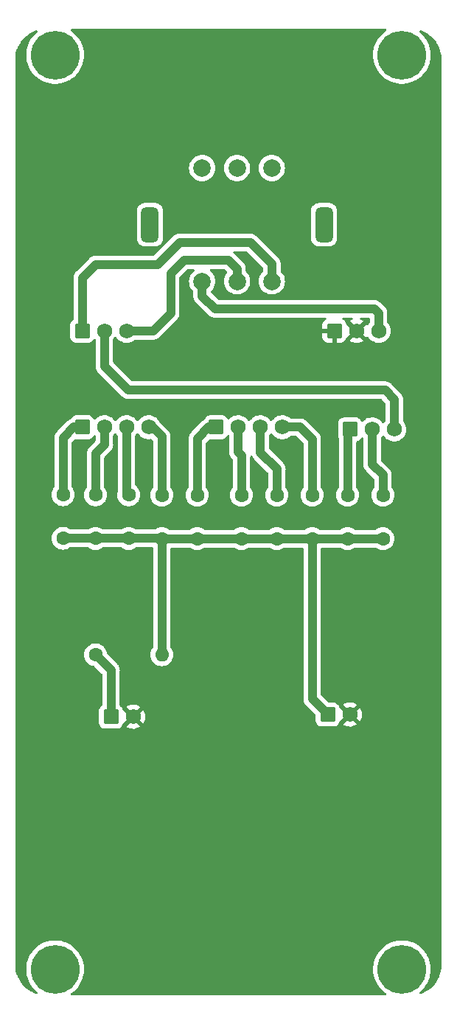
<source format=gbr>
%TF.GenerationSoftware,KiCad,Pcbnew,(6.0.7)*%
%TF.CreationDate,2023-02-23T21:55:11-05:00*%
%TF.ProjectId,PASS_TONE_CTRL,50415353-5f54-44f4-9e45-5f4354524c2e,rev?*%
%TF.SameCoordinates,Original*%
%TF.FileFunction,Copper,L2,Bot*%
%TF.FilePolarity,Positive*%
%FSLAX46Y46*%
G04 Gerber Fmt 4.6, Leading zero omitted, Abs format (unit mm)*
G04 Created by KiCad (PCBNEW (6.0.7)) date 2023-02-23 21:55:11*
%MOMM*%
%LPD*%
G01*
G04 APERTURE LIST*
G04 Aperture macros list*
%AMRoundRect*
0 Rectangle with rounded corners*
0 $1 Rounding radius*
0 $2 $3 $4 $5 $6 $7 $8 $9 X,Y pos of 4 corners*
0 Add a 4 corners polygon primitive as box body*
4,1,4,$2,$3,$4,$5,$6,$7,$8,$9,$2,$3,0*
0 Add four circle primitives for the rounded corners*
1,1,$1+$1,$2,$3*
1,1,$1+$1,$4,$5*
1,1,$1+$1,$6,$7*
1,1,$1+$1,$8,$9*
0 Add four rect primitives between the rounded corners*
20,1,$1+$1,$2,$3,$4,$5,0*
20,1,$1+$1,$4,$5,$6,$7,0*
20,1,$1+$1,$6,$7,$8,$9,0*
20,1,$1+$1,$8,$9,$2,$3,0*%
G04 Aperture macros list end*
%TA.AperFunction,ComponentPad*%
%ADD10C,5.600000*%
%TD*%
%TA.AperFunction,ComponentPad*%
%ADD11RoundRect,0.250000X-0.620000X-0.620000X0.620000X-0.620000X0.620000X0.620000X-0.620000X0.620000X0*%
%TD*%
%TA.AperFunction,ComponentPad*%
%ADD12C,1.740000*%
%TD*%
%TA.AperFunction,ComponentPad*%
%ADD13C,1.600000*%
%TD*%
%TA.AperFunction,ComponentPad*%
%ADD14O,1.600000X1.600000*%
%TD*%
%TA.AperFunction,ComponentPad*%
%ADD15C,2.000000*%
%TD*%
%TA.AperFunction,ComponentPad*%
%ADD16RoundRect,0.500000X0.500000X1.500000X-0.500000X1.500000X-0.500000X-1.500000X0.500000X-1.500000X0*%
%TD*%
%TA.AperFunction,Conductor*%
%ADD17C,1.000000*%
%TD*%
G04 APERTURE END LIST*
D10*
%TO.P,H2,1*%
%TO.N,N/C*%
X144920000Y-43500000D03*
%TD*%
D11*
%TO.P,R6,1,Pin_1*%
%TO.N,Earth*%
X137160000Y-75184000D03*
D12*
%TO.P,R6,2,Pin_2*%
X139700000Y-75184000D03*
%TO.P,R6,3,Pin_3*%
%TO.N,Net-(R6-Pad3)*%
X142240000Y-75184000D03*
%TD*%
D11*
%TO.P,J5,1,Pin_1*%
%TO.N,Net-(J5-Pad1)*%
X108204000Y-75184000D03*
D12*
%TO.P,J5,2,Pin_2*%
%TO.N,Net-(J5-Pad2)*%
X110744000Y-75184000D03*
%TO.P,J5,3,Pin_3*%
%TO.N,Net-(J5-Pad3)*%
X113284000Y-75184000D03*
%TD*%
D13*
%TO.P,C8,1*%
%TO.N,Net-(C8-Pad1)*%
X134620000Y-99060000D03*
%TO.P,C8,2*%
%TO.N,Net-(C8-Pad2)*%
X134620000Y-94060000D03*
%TD*%
%TO.P,C7,1*%
%TO.N,Net-(C8-Pad1)*%
X130556000Y-99060000D03*
%TO.P,C7,2*%
%TO.N,Net-(C7-Pad2)*%
X130556000Y-94060000D03*
%TD*%
%TO.P,C10,1*%
%TO.N,Net-(C8-Pad1)*%
X142748000Y-99060000D03*
%TO.P,C10,2*%
%TO.N,Net-(C10-Pad2)*%
X142748000Y-94060000D03*
%TD*%
D11*
%TO.P,J1,1,Pin_1*%
%TO.N,Net-(J1-Pad1)*%
X111506000Y-119504000D03*
D12*
%TO.P,J1,2,Pin_2*%
%TO.N,Earth*%
X114046000Y-119504000D03*
%TD*%
D13*
%TO.P,R1,1*%
%TO.N,Net-(J1-Pad1)*%
X109728000Y-112380000D03*
D14*
%TO.P,R1,2*%
%TO.N,Net-(C8-Pad1)*%
X117348000Y-112380000D03*
%TD*%
D13*
%TO.P,C1,1*%
%TO.N,Net-(C1-Pad1)*%
X106000000Y-94000000D03*
%TO.P,C1,2*%
%TO.N,Net-(C8-Pad1)*%
X106000000Y-99000000D03*
%TD*%
D15*
%TO.P,AUDIO TRANSFORMER,1*%
%TO.N,unconnected-(TR1-Pad1)*%
X129984000Y-56492000D03*
%TO.P,AUDIO TRANSFORMER,2*%
%TO.N,unconnected-(TR1-Pad2)*%
X125984000Y-56492000D03*
%TO.P,AUDIO TRANSFORMER,3*%
%TO.N,unconnected-(TR1-Pad3)*%
X121984000Y-56492000D03*
%TO.P,AUDIO TRANSFORMER,4*%
%TO.N,Net-(R6-Pad3)*%
X121984000Y-69492000D03*
%TO.P,AUDIO TRANSFORMER,5*%
%TO.N,Net-(J5-Pad3)*%
X125984000Y-69492000D03*
%TO.P,AUDIO TRANSFORMER,6*%
%TO.N,Net-(J5-Pad1)*%
X129984000Y-69492000D03*
D16*
%TO.P,AUDIO TRANSFORMER,7*%
%TO.N,N/C*%
X115984000Y-62992000D03*
X135984000Y-62992000D03*
%TD*%
D11*
%TO.P,J2,1,Pin_1*%
%TO.N,Net-(C1-Pad1)*%
X108203000Y-86250000D03*
D12*
%TO.P,J2,2,Pin_2*%
%TO.N,Net-(C2-Pad1)*%
X110743000Y-86250000D03*
%TO.P,J2,3,Pin_3*%
%TO.N,Net-(C3-Pad2)*%
X113283000Y-86250000D03*
%TO.P,J2,4,Pin_4*%
%TO.N,Net-(C4-Pad2)*%
X115823000Y-86250000D03*
%TD*%
D11*
%TO.P,J4,1,Pin_1*%
%TO.N,Net-(C9-Pad2)*%
X138960000Y-86500000D03*
D12*
%TO.P,J4,2,Pin_2*%
%TO.N,Net-(C10-Pad2)*%
X141500000Y-86500000D03*
%TO.P,J4,3,Pin_3*%
%TO.N,Net-(J5-Pad2)*%
X144040000Y-86500000D03*
%TD*%
D13*
%TO.P,C5,1*%
%TO.N,Net-(C8-Pad1)*%
X121412000Y-99060000D03*
%TO.P,C5,2*%
%TO.N,Net-(C5-Pad2)*%
X121412000Y-94060000D03*
%TD*%
%TO.P,C4,1*%
%TO.N,Net-(C8-Pad1)*%
X117348000Y-99060000D03*
%TO.P,C4,2*%
%TO.N,Net-(C4-Pad2)*%
X117348000Y-94060000D03*
%TD*%
%TO.P,C6,1*%
%TO.N,Net-(C8-Pad1)*%
X126492000Y-99060000D03*
%TO.P,C6,2*%
%TO.N,Net-(C6-Pad2)*%
X126492000Y-94060000D03*
%TD*%
%TO.P,C3,1*%
%TO.N,Net-(C8-Pad1)*%
X113538000Y-99020000D03*
%TO.P,C3,2*%
%TO.N,Net-(C3-Pad2)*%
X113538000Y-94020000D03*
%TD*%
D11*
%TO.P,J6,1,Pin_1*%
%TO.N,Net-(C8-Pad1)*%
X136398000Y-119250000D03*
D12*
%TO.P,J6,2,Pin_2*%
%TO.N,Earth*%
X138938000Y-119250000D03*
%TD*%
D13*
%TO.P,C9,1*%
%TO.N,Net-(C8-Pad1)*%
X138684000Y-99060000D03*
%TO.P,C9,2*%
%TO.N,Net-(C9-Pad2)*%
X138684000Y-94060000D03*
%TD*%
D10*
%TO.P,H4,1*%
%TO.N,N/C*%
X144920000Y-148500000D03*
%TD*%
%TO.P,H1,1*%
%TO.N,N/C*%
X105080000Y-43500000D03*
%TD*%
D13*
%TO.P,C2,1*%
%TO.N,Net-(C2-Pad1)*%
X109728000Y-94020000D03*
%TO.P,C2,2*%
%TO.N,Net-(C8-Pad1)*%
X109728000Y-99020000D03*
%TD*%
D11*
%TO.P,J3,1,Pin_1*%
%TO.N,Net-(C5-Pad2)*%
X123570000Y-86250000D03*
D12*
%TO.P,J3,2,Pin_2*%
%TO.N,Net-(C6-Pad2)*%
X126110000Y-86250000D03*
%TO.P,J3,3,Pin_3*%
%TO.N,Net-(C7-Pad2)*%
X128650000Y-86250000D03*
%TO.P,J3,4,Pin_4*%
%TO.N,Net-(C8-Pad2)*%
X131190000Y-86250000D03*
%TD*%
D10*
%TO.P,H3,1*%
%TO.N,N/C*%
X105080000Y-148500000D03*
%TD*%
D17*
%TO.N,Net-(J1-Pad1)*%
X111506000Y-119504000D02*
X111506000Y-114158000D01*
X111506000Y-114158000D02*
X109728000Y-112380000D01*
%TO.N,Net-(J5-Pad1)*%
X127508000Y-65024000D02*
X119380000Y-65024000D01*
X116840000Y-67564000D02*
X109728000Y-67564000D01*
X108204000Y-69088000D02*
X108204000Y-75184000D01*
X129984000Y-67500000D02*
X127508000Y-65024000D01*
X109728000Y-67564000D02*
X108204000Y-69088000D01*
X129984000Y-69492000D02*
X129984000Y-67500000D01*
X119380000Y-65024000D02*
X116840000Y-67564000D01*
%TO.N,Net-(J5-Pad3)*%
X124968000Y-67056000D02*
X119888000Y-67056000D01*
X116332000Y-75184000D02*
X113284000Y-75184000D01*
X125984000Y-69492000D02*
X125984000Y-68072000D01*
X118364000Y-73152000D02*
X116332000Y-75184000D01*
X119888000Y-67056000D02*
X118364000Y-68580000D01*
X118364000Y-68580000D02*
X118364000Y-73152000D01*
X125984000Y-68072000D02*
X124968000Y-67056000D01*
%TO.N,Net-(R6-Pad3)*%
X142240000Y-75184000D02*
X142240000Y-73152000D01*
X142240000Y-73152000D02*
X141732000Y-72644000D01*
X123444000Y-72644000D02*
X121984000Y-71184000D01*
X121984000Y-71184000D02*
X121984000Y-69492000D01*
X141732000Y-72644000D02*
X123444000Y-72644000D01*
%TO.N,Net-(J5-Pad2)*%
X144040000Y-86500000D02*
X144040000Y-83040000D01*
X143000000Y-82000000D02*
X113500000Y-82000000D01*
X110744000Y-79244000D02*
X110744000Y-75184000D01*
X113500000Y-82000000D02*
X110744000Y-79244000D01*
X144040000Y-83040000D02*
X143000000Y-82000000D01*
%TO.N,Net-(C1-Pad1)*%
X107250000Y-86250000D02*
X106000000Y-87500000D01*
X108203000Y-86250000D02*
X107250000Y-86250000D01*
X106000000Y-87500000D02*
X106000000Y-94000000D01*
%TO.N,Net-(C8-Pad1)*%
X130556000Y-99060000D02*
X126492000Y-99060000D01*
X121412000Y-99060000D02*
X117348000Y-99060000D01*
X136398000Y-119250000D02*
X134620000Y-117472000D01*
X109708000Y-99000000D02*
X109728000Y-99020000D01*
X126492000Y-99060000D02*
X121412000Y-99060000D01*
X142748000Y-99060000D02*
X138684000Y-99060000D01*
X113538000Y-99020000D02*
X117308000Y-99020000D01*
X134620000Y-117472000D02*
X134620000Y-99060000D01*
X117348000Y-112380000D02*
X117348000Y-99060000D01*
X106000000Y-99000000D02*
X109708000Y-99000000D01*
X134620000Y-99060000D02*
X138684000Y-99060000D01*
X134620000Y-99060000D02*
X130556000Y-99060000D01*
X109728000Y-99020000D02*
X113538000Y-99020000D01*
X117308000Y-99020000D02*
X117348000Y-99060000D01*
%TO.N,Net-(C2-Pad1)*%
X110743000Y-88257000D02*
X110743000Y-86250000D01*
X109728000Y-89272000D02*
X110743000Y-88257000D01*
X109728000Y-94020000D02*
X109728000Y-89272000D01*
%TO.N,Net-(C3-Pad2)*%
X113283000Y-86250000D02*
X113283000Y-93765000D01*
X113283000Y-93765000D02*
X113538000Y-94020000D01*
%TO.N,Net-(C4-Pad2)*%
X116250000Y-86250000D02*
X117348000Y-87348000D01*
X117348000Y-87348000D02*
X117348000Y-94060000D01*
X115823000Y-86250000D02*
X116250000Y-86250000D01*
%TO.N,Net-(C5-Pad2)*%
X121412000Y-87588000D02*
X122750000Y-86250000D01*
X122750000Y-86250000D02*
X123570000Y-86250000D01*
X121412000Y-94060000D02*
X121412000Y-87588000D01*
%TO.N,Net-(C6-Pad2)*%
X126110000Y-89110000D02*
X126110000Y-86250000D01*
X126492000Y-89492000D02*
X126110000Y-89110000D01*
X126492000Y-94060000D02*
X126492000Y-89492000D01*
%TO.N,Net-(C7-Pad2)*%
X130556000Y-91056000D02*
X130556000Y-94060000D01*
X128650000Y-86250000D02*
X128650000Y-89150000D01*
X128650000Y-89150000D02*
X130556000Y-91056000D01*
%TO.N,Net-(C8-Pad2)*%
X131190000Y-86250000D02*
X133250000Y-86250000D01*
X134620000Y-87620000D02*
X134620000Y-94060000D01*
X133250000Y-86250000D02*
X134620000Y-87620000D01*
%TO.N,Net-(C9-Pad2)*%
X138684000Y-94060000D02*
X138684000Y-86776000D01*
X138684000Y-86776000D02*
X138960000Y-86500000D01*
%TO.N,Net-(C10-Pad2)*%
X142748000Y-91748000D02*
X142748000Y-94060000D01*
X141500000Y-86500000D02*
X141500000Y-90500000D01*
X141500000Y-90500000D02*
X142748000Y-91748000D01*
%TD*%
%TA.AperFunction,Conductor*%
%TO.N,Earth*%
G36*
X143088127Y-40528502D02*
G01*
X143134620Y-40582158D01*
X143144724Y-40652432D01*
X143115230Y-40717012D01*
X143084715Y-40742614D01*
X143067193Y-40753101D01*
X143064467Y-40755163D01*
X143064465Y-40755164D01*
X142845493Y-40920772D01*
X142781367Y-40969270D01*
X142520559Y-41215043D01*
X142287819Y-41487546D01*
X142285900Y-41490358D01*
X142285897Y-41490363D01*
X142260919Y-41526980D01*
X142085871Y-41783591D01*
X141917077Y-42099714D01*
X141783411Y-42432218D01*
X141782491Y-42435492D01*
X141782489Y-42435497D01*
X141716661Y-42669689D01*
X141686437Y-42777213D01*
X141627290Y-43130663D01*
X141606661Y-43488434D01*
X141624792Y-43846340D01*
X141625329Y-43849695D01*
X141625330Y-43849701D01*
X141647901Y-43990618D01*
X141681470Y-44200195D01*
X141776033Y-44545859D01*
X141907374Y-44879288D01*
X142073957Y-45196582D01*
X142075858Y-45199411D01*
X142075864Y-45199421D01*
X142259569Y-45472800D01*
X142273834Y-45494029D01*
X142504665Y-45768150D01*
X142763751Y-46015738D01*
X143048061Y-46233897D01*
X143080056Y-46253350D01*
X143351355Y-46418303D01*
X143351360Y-46418306D01*
X143354270Y-46420075D01*
X143357358Y-46421521D01*
X143357357Y-46421521D01*
X143675710Y-46570649D01*
X143675720Y-46570653D01*
X143678794Y-46572093D01*
X143682012Y-46573195D01*
X143682015Y-46573196D01*
X144014615Y-46687071D01*
X144014623Y-46687073D01*
X144017838Y-46688174D01*
X144367435Y-46766959D01*
X144419728Y-46772917D01*
X144720114Y-46807142D01*
X144720122Y-46807142D01*
X144723497Y-46807527D01*
X144726901Y-46807545D01*
X144726904Y-46807545D01*
X144921227Y-46808562D01*
X145081857Y-46809403D01*
X145085243Y-46809053D01*
X145085245Y-46809053D01*
X145434932Y-46772917D01*
X145434941Y-46772916D01*
X145438324Y-46772566D01*
X145441657Y-46771852D01*
X145441660Y-46771851D01*
X145614186Y-46734864D01*
X145788727Y-46697446D01*
X146128968Y-46584922D01*
X146455066Y-46436311D01*
X146549052Y-46380506D01*
X146760262Y-46255099D01*
X146760267Y-46255096D01*
X146763207Y-46253350D01*
X147049786Y-46038180D01*
X147311451Y-45793319D01*
X147545140Y-45521630D01*
X147651750Y-45366512D01*
X147746190Y-45229101D01*
X147746195Y-45229094D01*
X147748120Y-45226292D01*
X147749732Y-45223298D01*
X147749737Y-45223290D01*
X147916395Y-44913772D01*
X147918017Y-44910760D01*
X148052842Y-44578724D01*
X148063142Y-44542568D01*
X148083527Y-44471006D01*
X148151020Y-44234070D01*
X148188885Y-44012552D01*
X148210829Y-43884175D01*
X148210829Y-43884173D01*
X148211401Y-43880828D01*
X148213511Y-43846340D01*
X148233168Y-43524928D01*
X148233278Y-43523131D01*
X148233359Y-43500000D01*
X148213979Y-43142159D01*
X148156066Y-42788505D01*
X148060297Y-42443173D01*
X148057243Y-42435497D01*
X147929052Y-42113369D01*
X147927793Y-42110205D01*
X147897768Y-42053498D01*
X147761702Y-41796513D01*
X147761698Y-41796506D01*
X147760103Y-41793494D01*
X147559190Y-41496746D01*
X147327403Y-41223432D01*
X147067454Y-40976750D01*
X146975276Y-40906529D01*
X146933209Y-40849337D01*
X146928740Y-40778481D01*
X146963288Y-40716457D01*
X147025884Y-40682958D01*
X147094079Y-40687665D01*
X147330311Y-40772191D01*
X147341735Y-40776922D01*
X147409500Y-40808972D01*
X147640292Y-40918128D01*
X147651188Y-40923953D01*
X147743181Y-40979091D01*
X147934467Y-41093744D01*
X147944748Y-41100614D01*
X148210017Y-41297350D01*
X148219556Y-41305177D01*
X148464282Y-41526985D01*
X148473015Y-41535718D01*
X148694823Y-41780444D01*
X148702650Y-41789983D01*
X148846901Y-41984483D01*
X148899386Y-42055252D01*
X148906256Y-42065533D01*
X149076045Y-42348807D01*
X149081872Y-42359708D01*
X149121348Y-42443173D01*
X149223078Y-42658265D01*
X149227810Y-42669689D01*
X149339072Y-42980645D01*
X149342661Y-42992477D01*
X149422909Y-43312841D01*
X149425321Y-43324969D01*
X149473779Y-43651650D01*
X149474990Y-43663949D01*
X149484117Y-43849701D01*
X149489390Y-43957034D01*
X149488042Y-43982598D01*
X149486309Y-43993724D01*
X149487474Y-44002630D01*
X149490436Y-44025283D01*
X149491500Y-44041621D01*
X149491500Y-147950633D01*
X149490000Y-147970018D01*
X149486309Y-147993724D01*
X149487473Y-148002627D01*
X149487473Y-148002628D01*
X149488839Y-148013076D01*
X149489751Y-148035594D01*
X149485081Y-148130663D01*
X149474991Y-148336045D01*
X149473779Y-148348350D01*
X149425321Y-148675031D01*
X149422909Y-148687159D01*
X149342661Y-149007523D01*
X149339072Y-149019355D01*
X149227810Y-149330311D01*
X149223078Y-149341735D01*
X149081874Y-149640288D01*
X149076045Y-149651193D01*
X148906256Y-149934467D01*
X148899386Y-149944748D01*
X148702650Y-150210017D01*
X148694823Y-150219556D01*
X148473020Y-150464277D01*
X148464282Y-150473015D01*
X148219556Y-150694823D01*
X148210017Y-150702650D01*
X148015517Y-150846901D01*
X147944748Y-150899386D01*
X147934467Y-150906256D01*
X147792101Y-150991588D01*
X147651188Y-151076047D01*
X147640292Y-151081872D01*
X147618155Y-151092342D01*
X147341735Y-151223078D01*
X147330311Y-151227810D01*
X147095748Y-151311738D01*
X147024871Y-151315854D01*
X146963020Y-151280998D01*
X146929832Y-151218236D01*
X146935844Y-151147494D01*
X146977644Y-151092346D01*
X147049786Y-151038180D01*
X147311451Y-150793319D01*
X147545140Y-150521630D01*
X147727429Y-150256398D01*
X147746190Y-150229101D01*
X147746195Y-150229094D01*
X147748120Y-150226292D01*
X147749732Y-150223298D01*
X147749737Y-150223290D01*
X147916395Y-149913772D01*
X147918017Y-149910760D01*
X148052842Y-149578724D01*
X148063142Y-149542568D01*
X148083527Y-149471006D01*
X148151020Y-149234070D01*
X148211401Y-148880828D01*
X148213511Y-148846340D01*
X148233168Y-148524928D01*
X148233278Y-148523131D01*
X148233359Y-148500000D01*
X148213979Y-148142159D01*
X148156066Y-147788505D01*
X148060297Y-147443173D01*
X148057243Y-147435497D01*
X147929052Y-147113369D01*
X147927793Y-147110205D01*
X147897768Y-147053498D01*
X147761702Y-146796513D01*
X147761698Y-146796506D01*
X147760103Y-146793494D01*
X147559190Y-146496746D01*
X147327403Y-146223432D01*
X147067454Y-145976750D01*
X146782384Y-145759585D01*
X146779472Y-145757828D01*
X146779467Y-145757825D01*
X146478443Y-145576236D01*
X146478437Y-145576233D01*
X146475528Y-145574478D01*
X146150475Y-145423593D01*
X145980751Y-145366145D01*
X145814255Y-145309789D01*
X145814250Y-145309788D01*
X145811028Y-145308697D01*
X145612681Y-145264724D01*
X145464493Y-145231871D01*
X145464487Y-145231870D01*
X145461158Y-145231132D01*
X145457769Y-145230758D01*
X145457764Y-145230757D01*
X145108338Y-145192180D01*
X145108333Y-145192180D01*
X145104957Y-145191807D01*
X145101558Y-145191801D01*
X145101557Y-145191801D01*
X144932080Y-145191505D01*
X144746592Y-145191182D01*
X144633413Y-145203277D01*
X144393639Y-145228901D01*
X144393631Y-145228902D01*
X144390256Y-145229263D01*
X144040117Y-145305606D01*
X143700271Y-145419317D01*
X143697178Y-145420739D01*
X143697177Y-145420740D01*
X143690974Y-145423593D01*
X143374694Y-145569066D01*
X143067193Y-145753101D01*
X143064467Y-145755163D01*
X143064465Y-145755164D01*
X143058620Y-145759585D01*
X142781367Y-145969270D01*
X142520559Y-146215043D01*
X142287819Y-146487546D01*
X142285900Y-146490358D01*
X142285897Y-146490363D01*
X142192624Y-146627097D01*
X142085871Y-146783591D01*
X141917077Y-147099714D01*
X141783411Y-147432218D01*
X141782491Y-147435492D01*
X141782489Y-147435497D01*
X141780332Y-147443173D01*
X141686437Y-147777213D01*
X141685875Y-147780570D01*
X141685875Y-147780571D01*
X141643199Y-148035597D01*
X141627290Y-148130663D01*
X141606661Y-148488434D01*
X141624792Y-148846340D01*
X141625329Y-148849695D01*
X141625330Y-148849701D01*
X141630316Y-148880828D01*
X141681470Y-149200195D01*
X141776033Y-149545859D01*
X141907374Y-149879288D01*
X142073957Y-150196582D01*
X142075858Y-150199411D01*
X142075864Y-150199421D01*
X142253841Y-150464277D01*
X142273834Y-150494029D01*
X142504665Y-150768150D01*
X142763751Y-151015738D01*
X143048061Y-151233897D01*
X143050979Y-151235671D01*
X143087437Y-151257838D01*
X143135252Y-151310319D01*
X143147103Y-151380320D01*
X143119228Y-151445615D01*
X143060477Y-151485474D01*
X143021978Y-151491500D01*
X106981120Y-151491500D01*
X106912999Y-151471498D01*
X106866506Y-151417842D01*
X106856402Y-151347568D01*
X106885896Y-151282988D01*
X106916789Y-151257161D01*
X106923207Y-151253350D01*
X106957225Y-151227809D01*
X107021095Y-151179854D01*
X107209786Y-151038180D01*
X107471451Y-150793319D01*
X107705140Y-150521630D01*
X107887429Y-150256398D01*
X107906190Y-150229101D01*
X107906195Y-150229094D01*
X107908120Y-150226292D01*
X107909732Y-150223298D01*
X107909737Y-150223290D01*
X108076395Y-149913772D01*
X108078017Y-149910760D01*
X108212842Y-149578724D01*
X108223142Y-149542568D01*
X108243527Y-149471006D01*
X108311020Y-149234070D01*
X108371401Y-148880828D01*
X108373511Y-148846340D01*
X108393168Y-148524928D01*
X108393278Y-148523131D01*
X108393359Y-148500000D01*
X108373979Y-148142159D01*
X108316066Y-147788505D01*
X108220297Y-147443173D01*
X108217243Y-147435497D01*
X108089052Y-147113369D01*
X108087793Y-147110205D01*
X108057768Y-147053498D01*
X107921702Y-146796513D01*
X107921698Y-146796506D01*
X107920103Y-146793494D01*
X107719190Y-146496746D01*
X107487403Y-146223432D01*
X107227454Y-145976750D01*
X106942384Y-145759585D01*
X106939472Y-145757828D01*
X106939467Y-145757825D01*
X106638443Y-145576236D01*
X106638437Y-145576233D01*
X106635528Y-145574478D01*
X106310475Y-145423593D01*
X106140751Y-145366145D01*
X105974255Y-145309789D01*
X105974250Y-145309788D01*
X105971028Y-145308697D01*
X105772681Y-145264724D01*
X105624493Y-145231871D01*
X105624487Y-145231870D01*
X105621158Y-145231132D01*
X105617769Y-145230758D01*
X105617764Y-145230757D01*
X105268338Y-145192180D01*
X105268333Y-145192180D01*
X105264957Y-145191807D01*
X105261558Y-145191801D01*
X105261557Y-145191801D01*
X105092080Y-145191505D01*
X104906592Y-145191182D01*
X104793413Y-145203277D01*
X104553639Y-145228901D01*
X104553631Y-145228902D01*
X104550256Y-145229263D01*
X104200117Y-145305606D01*
X103860271Y-145419317D01*
X103857178Y-145420739D01*
X103857177Y-145420740D01*
X103850974Y-145423593D01*
X103534694Y-145569066D01*
X103227193Y-145753101D01*
X103224467Y-145755163D01*
X103224465Y-145755164D01*
X103218620Y-145759585D01*
X102941367Y-145969270D01*
X102680559Y-146215043D01*
X102447819Y-146487546D01*
X102445900Y-146490358D01*
X102445897Y-146490363D01*
X102352624Y-146627097D01*
X102245871Y-146783591D01*
X102077077Y-147099714D01*
X101943411Y-147432218D01*
X101942491Y-147435492D01*
X101942489Y-147435497D01*
X101940332Y-147443173D01*
X101846437Y-147777213D01*
X101845875Y-147780570D01*
X101845875Y-147780571D01*
X101803199Y-148035597D01*
X101787290Y-148130663D01*
X101766661Y-148488434D01*
X101784792Y-148846340D01*
X101785329Y-148849695D01*
X101785330Y-148849701D01*
X101790316Y-148880828D01*
X101841470Y-149200195D01*
X101936033Y-149545859D01*
X102067374Y-149879288D01*
X102233957Y-150196582D01*
X102235858Y-150199411D01*
X102235864Y-150199421D01*
X102413841Y-150464277D01*
X102433834Y-150494029D01*
X102664665Y-150768150D01*
X102923751Y-151015738D01*
X103025694Y-151093962D01*
X103067559Y-151151297D01*
X103071781Y-151222168D01*
X103037017Y-151284071D01*
X102974304Y-151317352D01*
X102906540Y-151312556D01*
X102669689Y-151227809D01*
X102658265Y-151223078D01*
X102381845Y-151092342D01*
X102359708Y-151081872D01*
X102348812Y-151076047D01*
X102207899Y-150991588D01*
X102065533Y-150906256D01*
X102055252Y-150899386D01*
X101984483Y-150846901D01*
X101789983Y-150702650D01*
X101780444Y-150694823D01*
X101535718Y-150473015D01*
X101526980Y-150464277D01*
X101305177Y-150219556D01*
X101297350Y-150210017D01*
X101100614Y-149944748D01*
X101093744Y-149934467D01*
X100923955Y-149651193D01*
X100918126Y-149640288D01*
X100776922Y-149341735D01*
X100772190Y-149330311D01*
X100660928Y-149019355D01*
X100657339Y-149007523D01*
X100577091Y-148687159D01*
X100574679Y-148675031D01*
X100526221Y-148348351D01*
X100525009Y-148336045D01*
X100510795Y-148046695D01*
X100512387Y-148019619D01*
X100513576Y-148012552D01*
X100513729Y-148000000D01*
X100509773Y-147972376D01*
X100508500Y-147954514D01*
X100508500Y-112380000D01*
X108414502Y-112380000D01*
X108434457Y-112608087D01*
X108493716Y-112829243D01*
X108496039Y-112834224D01*
X108496039Y-112834225D01*
X108588151Y-113031762D01*
X108588154Y-113031767D01*
X108590477Y-113036749D01*
X108721802Y-113224300D01*
X108883700Y-113386198D01*
X108888208Y-113389355D01*
X108888211Y-113389357D01*
X108912998Y-113406713D01*
X109071251Y-113517523D01*
X109076233Y-113519846D01*
X109076238Y-113519849D01*
X109263878Y-113607346D01*
X109278757Y-113614284D01*
X109284065Y-113615706D01*
X109284067Y-113615707D01*
X109352141Y-113633947D01*
X109499913Y-113673543D01*
X109558771Y-113678692D01*
X109624888Y-113704555D01*
X109636884Y-113715118D01*
X110460595Y-114538829D01*
X110494621Y-114601141D01*
X110497500Y-114627924D01*
X110497500Y-118162194D01*
X110477498Y-118230315D01*
X110437805Y-118269337D01*
X110417877Y-118281669D01*
X110417872Y-118281673D01*
X110411652Y-118285522D01*
X110286695Y-118410697D01*
X110282855Y-118416927D01*
X110282854Y-118416928D01*
X110247777Y-118473834D01*
X110193885Y-118561262D01*
X110138203Y-118729139D01*
X110127500Y-118833600D01*
X110127500Y-120174400D01*
X110127837Y-120177646D01*
X110127837Y-120177650D01*
X110137378Y-120269599D01*
X110138474Y-120280166D01*
X110140655Y-120286702D01*
X110140655Y-120286704D01*
X110174238Y-120387364D01*
X110194450Y-120447946D01*
X110287522Y-120598348D01*
X110412697Y-120723305D01*
X110418927Y-120727145D01*
X110418928Y-120727146D01*
X110556090Y-120811694D01*
X110563262Y-120816115D01*
X110605049Y-120829975D01*
X110724611Y-120869632D01*
X110724613Y-120869632D01*
X110731139Y-120871797D01*
X110737975Y-120872497D01*
X110737978Y-120872498D01*
X110771828Y-120875966D01*
X110835600Y-120882500D01*
X112176400Y-120882500D01*
X112179646Y-120882163D01*
X112179650Y-120882163D01*
X112275308Y-120872238D01*
X112275312Y-120872237D01*
X112282166Y-120871526D01*
X112288702Y-120869345D01*
X112288704Y-120869345D01*
X112420806Y-120825272D01*
X112449946Y-120815550D01*
X112600348Y-120722478D01*
X112679214Y-120643474D01*
X113271355Y-120643474D01*
X113276636Y-120650529D01*
X113444087Y-120748380D01*
X113453370Y-120752827D01*
X113655402Y-120829975D01*
X113665300Y-120832851D01*
X113877219Y-120875966D01*
X113887447Y-120877185D01*
X114103560Y-120885111D01*
X114113846Y-120884644D01*
X114328353Y-120857164D01*
X114338439Y-120855021D01*
X114545581Y-120792875D01*
X114555158Y-120789122D01*
X114749378Y-120693975D01*
X114758216Y-120688706D01*
X114809587Y-120652064D01*
X114817988Y-120641364D01*
X114811002Y-120628213D01*
X114058811Y-119876021D01*
X114044868Y-119868408D01*
X114043034Y-119868539D01*
X114036420Y-119872790D01*
X113278112Y-120631099D01*
X113271355Y-120643474D01*
X112679214Y-120643474D01*
X112725305Y-120597303D01*
X112749362Y-120558275D01*
X112814275Y-120452968D01*
X112814276Y-120452966D01*
X112818115Y-120446738D01*
X112850787Y-120348235D01*
X112891218Y-120289875D01*
X112915687Y-120275102D01*
X113673979Y-119516811D01*
X113680356Y-119505132D01*
X114410408Y-119505132D01*
X114410539Y-119506966D01*
X114414790Y-119513580D01*
X115170810Y-120269599D01*
X115182816Y-120276155D01*
X115194555Y-120267186D01*
X115228206Y-120220356D01*
X115233516Y-120211519D01*
X115329329Y-120017655D01*
X115333128Y-120008060D01*
X115395991Y-119801156D01*
X115398170Y-119791075D01*
X115426635Y-119574868D01*
X115427154Y-119568193D01*
X115428641Y-119507364D01*
X115428447Y-119500646D01*
X115410580Y-119283316D01*
X115408897Y-119273154D01*
X115356213Y-119063407D01*
X115352895Y-119053660D01*
X115266659Y-118855330D01*
X115261792Y-118846255D01*
X115193528Y-118740734D01*
X115182843Y-118731531D01*
X115173276Y-118735935D01*
X114418021Y-119491189D01*
X114410408Y-119505132D01*
X113680356Y-119505132D01*
X113681592Y-119502868D01*
X113681461Y-119501034D01*
X113677210Y-119494420D01*
X112921453Y-118738664D01*
X112910734Y-118732811D01*
X112860532Y-118682609D01*
X112851595Y-118662099D01*
X112819868Y-118567002D01*
X112817550Y-118560054D01*
X112724478Y-118409652D01*
X112680891Y-118366141D01*
X113272936Y-118366141D01*
X113279679Y-118378468D01*
X114033189Y-119131979D01*
X114047132Y-119139592D01*
X114048966Y-119139461D01*
X114055580Y-119135210D01*
X114813633Y-118377156D01*
X114820650Y-118364305D01*
X114813295Y-118354210D01*
X114806664Y-118349804D01*
X114617334Y-118245288D01*
X114607937Y-118241065D01*
X114404086Y-118168877D01*
X114394115Y-118166243D01*
X114181216Y-118128321D01*
X114170962Y-118127351D01*
X113954716Y-118124708D01*
X113944431Y-118125428D01*
X113730666Y-118158138D01*
X113720647Y-118160525D01*
X113515086Y-118227713D01*
X113505584Y-118231708D01*
X113313768Y-118331560D01*
X113305048Y-118337052D01*
X113281390Y-118354815D01*
X113272936Y-118366141D01*
X112680891Y-118366141D01*
X112599303Y-118284695D01*
X112574383Y-118269334D01*
X112526891Y-118216562D01*
X112514500Y-118162075D01*
X112514500Y-114219850D01*
X112515237Y-114206242D01*
X112518659Y-114174739D01*
X112519325Y-114168612D01*
X112514947Y-114118570D01*
X112514621Y-114113788D01*
X112514500Y-114111310D01*
X112514500Y-114108231D01*
X112514201Y-114105177D01*
X112514200Y-114105166D01*
X112510313Y-114065529D01*
X112510191Y-114064215D01*
X112502623Y-113977718D01*
X112502087Y-113971587D01*
X112500600Y-113966468D01*
X112500080Y-113961167D01*
X112473209Y-113872166D01*
X112472874Y-113871033D01*
X112448630Y-113787586D01*
X112448628Y-113787582D01*
X112446909Y-113781664D01*
X112444456Y-113776932D01*
X112442916Y-113771831D01*
X112399269Y-113689740D01*
X112398657Y-113688574D01*
X112358729Y-113611547D01*
X112355892Y-113606074D01*
X112352569Y-113601911D01*
X112350066Y-113597204D01*
X112291261Y-113525102D01*
X112290433Y-113524075D01*
X112261469Y-113487792D01*
X112261464Y-113487787D01*
X112259262Y-113485028D01*
X112256761Y-113482527D01*
X112256119Y-113481809D01*
X112252406Y-113477461D01*
X112244642Y-113467941D01*
X112225065Y-113443938D01*
X112220323Y-113440015D01*
X112220321Y-113440013D01*
X112189727Y-113414703D01*
X112180947Y-113406713D01*
X111063118Y-112288884D01*
X111029092Y-112226572D01*
X111026692Y-112210770D01*
X111022022Y-112157392D01*
X111021543Y-112151913D01*
X110962284Y-111930757D01*
X110959961Y-111925775D01*
X110867849Y-111728238D01*
X110867846Y-111728233D01*
X110865523Y-111723251D01*
X110734198Y-111535700D01*
X110572300Y-111373802D01*
X110567792Y-111370645D01*
X110567789Y-111370643D01*
X110489611Y-111315902D01*
X110384749Y-111242477D01*
X110379767Y-111240154D01*
X110379762Y-111240151D01*
X110182225Y-111148039D01*
X110182224Y-111148039D01*
X110177243Y-111145716D01*
X110171935Y-111144294D01*
X110171933Y-111144293D01*
X109961402Y-111087881D01*
X109961400Y-111087881D01*
X109956087Y-111086457D01*
X109728000Y-111066502D01*
X109499913Y-111086457D01*
X109494600Y-111087881D01*
X109494598Y-111087881D01*
X109284067Y-111144293D01*
X109284065Y-111144294D01*
X109278757Y-111145716D01*
X109273776Y-111148039D01*
X109273775Y-111148039D01*
X109076238Y-111240151D01*
X109076233Y-111240154D01*
X109071251Y-111242477D01*
X108966389Y-111315902D01*
X108888211Y-111370643D01*
X108888208Y-111370645D01*
X108883700Y-111373802D01*
X108721802Y-111535700D01*
X108590477Y-111723251D01*
X108588154Y-111728233D01*
X108588151Y-111728238D01*
X108496039Y-111925775D01*
X108493716Y-111930757D01*
X108434457Y-112151913D01*
X108414502Y-112380000D01*
X100508500Y-112380000D01*
X100508500Y-99000000D01*
X104686502Y-99000000D01*
X104706457Y-99228087D01*
X104765716Y-99449243D01*
X104768039Y-99454224D01*
X104768039Y-99454225D01*
X104860151Y-99651762D01*
X104860154Y-99651767D01*
X104862477Y-99656749D01*
X104993802Y-99844300D01*
X105155700Y-100006198D01*
X105160208Y-100009355D01*
X105160211Y-100009357D01*
X105235823Y-100062301D01*
X105343251Y-100137523D01*
X105348233Y-100139846D01*
X105348238Y-100139849D01*
X105465439Y-100194500D01*
X105550757Y-100234284D01*
X105556065Y-100235706D01*
X105556067Y-100235707D01*
X105766598Y-100292119D01*
X105766600Y-100292119D01*
X105771913Y-100293543D01*
X106000000Y-100313498D01*
X106228087Y-100293543D01*
X106233400Y-100292119D01*
X106233402Y-100292119D01*
X106443933Y-100235707D01*
X106443935Y-100235706D01*
X106449243Y-100234284D01*
X106534561Y-100194500D01*
X106651762Y-100139849D01*
X106651767Y-100139846D01*
X106656749Y-100137523D01*
X106808469Y-100031287D01*
X106880740Y-100008500D01*
X108818697Y-100008500D01*
X108890968Y-100031287D01*
X109071251Y-100157523D01*
X109076233Y-100159846D01*
X109076238Y-100159849D01*
X109238918Y-100235707D01*
X109278757Y-100254284D01*
X109284065Y-100255706D01*
X109284067Y-100255707D01*
X109494598Y-100312119D01*
X109494600Y-100312119D01*
X109499913Y-100313543D01*
X109728000Y-100333498D01*
X109956087Y-100313543D01*
X109961400Y-100312119D01*
X109961402Y-100312119D01*
X110171933Y-100255707D01*
X110171935Y-100255706D01*
X110177243Y-100254284D01*
X110217082Y-100235707D01*
X110379762Y-100159849D01*
X110379767Y-100159846D01*
X110384749Y-100157523D01*
X110536469Y-100051287D01*
X110608740Y-100028500D01*
X112657260Y-100028500D01*
X112729531Y-100051287D01*
X112881251Y-100157523D01*
X112886233Y-100159846D01*
X112886238Y-100159849D01*
X113048918Y-100235707D01*
X113088757Y-100254284D01*
X113094065Y-100255706D01*
X113094067Y-100255707D01*
X113304598Y-100312119D01*
X113304600Y-100312119D01*
X113309913Y-100313543D01*
X113538000Y-100333498D01*
X113766087Y-100313543D01*
X113771400Y-100312119D01*
X113771402Y-100312119D01*
X113981933Y-100255707D01*
X113981935Y-100255706D01*
X113987243Y-100254284D01*
X114027082Y-100235707D01*
X114189762Y-100159849D01*
X114189767Y-100159846D01*
X114194749Y-100157523D01*
X114346469Y-100051287D01*
X114418740Y-100028500D01*
X116213500Y-100028500D01*
X116281621Y-100048502D01*
X116328114Y-100102158D01*
X116339500Y-100154500D01*
X116339500Y-111499260D01*
X116316713Y-111571531D01*
X116210477Y-111723251D01*
X116208154Y-111728233D01*
X116208151Y-111728238D01*
X116116039Y-111925775D01*
X116113716Y-111930757D01*
X116054457Y-112151913D01*
X116034502Y-112380000D01*
X116054457Y-112608087D01*
X116113716Y-112829243D01*
X116116039Y-112834224D01*
X116116039Y-112834225D01*
X116208151Y-113031762D01*
X116208154Y-113031767D01*
X116210477Y-113036749D01*
X116341802Y-113224300D01*
X116503700Y-113386198D01*
X116508208Y-113389355D01*
X116508211Y-113389357D01*
X116532998Y-113406713D01*
X116691251Y-113517523D01*
X116696233Y-113519846D01*
X116696238Y-113519849D01*
X116883878Y-113607346D01*
X116898757Y-113614284D01*
X116904065Y-113615706D01*
X116904067Y-113615707D01*
X117114598Y-113672119D01*
X117114600Y-113672119D01*
X117119913Y-113673543D01*
X117348000Y-113693498D01*
X117576087Y-113673543D01*
X117581400Y-113672119D01*
X117581402Y-113672119D01*
X117791933Y-113615707D01*
X117791935Y-113615706D01*
X117797243Y-113614284D01*
X117812122Y-113607346D01*
X117999762Y-113519849D01*
X117999767Y-113519846D01*
X118004749Y-113517523D01*
X118163002Y-113406713D01*
X118187789Y-113389357D01*
X118187792Y-113389355D01*
X118192300Y-113386198D01*
X118354198Y-113224300D01*
X118485523Y-113036749D01*
X118487846Y-113031767D01*
X118487849Y-113031762D01*
X118579961Y-112834225D01*
X118579961Y-112834224D01*
X118582284Y-112829243D01*
X118641543Y-112608087D01*
X118661498Y-112380000D01*
X118641543Y-112151913D01*
X118582284Y-111930757D01*
X118579961Y-111925775D01*
X118487849Y-111728238D01*
X118487846Y-111728233D01*
X118485523Y-111723251D01*
X118379287Y-111571531D01*
X118356500Y-111499260D01*
X118356500Y-100194500D01*
X118376502Y-100126379D01*
X118430158Y-100079886D01*
X118482500Y-100068500D01*
X120531260Y-100068500D01*
X120603531Y-100091287D01*
X120755251Y-100197523D01*
X120760233Y-100199846D01*
X120760238Y-100199849D01*
X120957775Y-100291961D01*
X120962757Y-100294284D01*
X120968065Y-100295706D01*
X120968067Y-100295707D01*
X121178598Y-100352119D01*
X121178600Y-100352119D01*
X121183913Y-100353543D01*
X121412000Y-100373498D01*
X121640087Y-100353543D01*
X121645400Y-100352119D01*
X121645402Y-100352119D01*
X121855933Y-100295707D01*
X121855935Y-100295706D01*
X121861243Y-100294284D01*
X121866225Y-100291961D01*
X122063762Y-100199849D01*
X122063767Y-100199846D01*
X122068749Y-100197523D01*
X122220469Y-100091287D01*
X122292740Y-100068500D01*
X125611260Y-100068500D01*
X125683531Y-100091287D01*
X125835251Y-100197523D01*
X125840233Y-100199846D01*
X125840238Y-100199849D01*
X126037775Y-100291961D01*
X126042757Y-100294284D01*
X126048065Y-100295706D01*
X126048067Y-100295707D01*
X126258598Y-100352119D01*
X126258600Y-100352119D01*
X126263913Y-100353543D01*
X126492000Y-100373498D01*
X126720087Y-100353543D01*
X126725400Y-100352119D01*
X126725402Y-100352119D01*
X126935933Y-100295707D01*
X126935935Y-100295706D01*
X126941243Y-100294284D01*
X126946225Y-100291961D01*
X127143762Y-100199849D01*
X127143767Y-100199846D01*
X127148749Y-100197523D01*
X127300469Y-100091287D01*
X127372740Y-100068500D01*
X129675260Y-100068500D01*
X129747531Y-100091287D01*
X129899251Y-100197523D01*
X129904233Y-100199846D01*
X129904238Y-100199849D01*
X130101775Y-100291961D01*
X130106757Y-100294284D01*
X130112065Y-100295706D01*
X130112067Y-100295707D01*
X130322598Y-100352119D01*
X130322600Y-100352119D01*
X130327913Y-100353543D01*
X130556000Y-100373498D01*
X130784087Y-100353543D01*
X130789400Y-100352119D01*
X130789402Y-100352119D01*
X130999933Y-100295707D01*
X130999935Y-100295706D01*
X131005243Y-100294284D01*
X131010225Y-100291961D01*
X131207762Y-100199849D01*
X131207767Y-100199846D01*
X131212749Y-100197523D01*
X131364469Y-100091287D01*
X131436740Y-100068500D01*
X133485500Y-100068500D01*
X133553621Y-100088502D01*
X133600114Y-100142158D01*
X133611500Y-100194500D01*
X133611500Y-117410157D01*
X133610763Y-117423764D01*
X133606676Y-117461388D01*
X133607213Y-117467523D01*
X133611050Y-117511388D01*
X133611379Y-117516214D01*
X133611500Y-117518686D01*
X133611500Y-117521769D01*
X133611801Y-117524837D01*
X133615690Y-117564506D01*
X133615812Y-117565819D01*
X133623913Y-117658413D01*
X133625400Y-117663532D01*
X133625920Y-117668833D01*
X133652791Y-117757834D01*
X133653126Y-117758967D01*
X133675099Y-117834595D01*
X133679091Y-117848336D01*
X133681544Y-117853068D01*
X133683084Y-117858169D01*
X133685978Y-117863612D01*
X133726731Y-117940260D01*
X133727343Y-117941426D01*
X133751001Y-117987065D01*
X133770108Y-118023926D01*
X133773431Y-118028089D01*
X133775934Y-118032796D01*
X133834755Y-118104918D01*
X133835446Y-118105774D01*
X133866738Y-118144973D01*
X133869242Y-118147477D01*
X133869884Y-118148195D01*
X133873585Y-118152528D01*
X133900935Y-118186062D01*
X133905682Y-118189989D01*
X133905684Y-118189991D01*
X133936262Y-118215287D01*
X133945042Y-118223277D01*
X134982595Y-119260829D01*
X135016620Y-119323141D01*
X135019500Y-119349924D01*
X135019500Y-119920400D01*
X135019837Y-119923646D01*
X135019837Y-119923650D01*
X135029591Y-120017655D01*
X135030474Y-120026166D01*
X135086450Y-120193946D01*
X135179522Y-120344348D01*
X135304697Y-120469305D01*
X135310927Y-120473145D01*
X135310928Y-120473146D01*
X135448090Y-120557694D01*
X135455262Y-120562115D01*
X135497049Y-120575975D01*
X135616611Y-120615632D01*
X135616613Y-120615632D01*
X135623139Y-120617797D01*
X135629975Y-120618497D01*
X135629978Y-120618498D01*
X135663828Y-120621966D01*
X135727600Y-120628500D01*
X137068400Y-120628500D01*
X137071646Y-120628163D01*
X137071650Y-120628163D01*
X137167308Y-120618238D01*
X137167312Y-120618237D01*
X137174166Y-120617526D01*
X137180702Y-120615345D01*
X137180704Y-120615345D01*
X137312806Y-120571272D01*
X137341946Y-120561550D01*
X137492348Y-120468478D01*
X137571214Y-120389474D01*
X138163355Y-120389474D01*
X138168636Y-120396529D01*
X138336087Y-120494380D01*
X138345370Y-120498827D01*
X138547402Y-120575975D01*
X138557300Y-120578851D01*
X138769219Y-120621966D01*
X138779447Y-120623185D01*
X138995560Y-120631111D01*
X139005846Y-120630644D01*
X139220353Y-120603164D01*
X139230439Y-120601021D01*
X139437581Y-120538875D01*
X139447158Y-120535122D01*
X139641378Y-120439975D01*
X139650216Y-120434706D01*
X139701587Y-120398064D01*
X139709988Y-120387364D01*
X139703002Y-120374213D01*
X138950811Y-119622021D01*
X138936868Y-119614408D01*
X138935034Y-119614539D01*
X138928420Y-119618790D01*
X138170112Y-120377099D01*
X138163355Y-120389474D01*
X137571214Y-120389474D01*
X137617305Y-120343303D01*
X137652193Y-120286704D01*
X137706275Y-120198968D01*
X137706276Y-120198966D01*
X137710115Y-120192738D01*
X137742787Y-120094235D01*
X137783218Y-120035875D01*
X137807687Y-120021102D01*
X138565979Y-119262811D01*
X138572356Y-119251132D01*
X139302408Y-119251132D01*
X139302539Y-119252966D01*
X139306790Y-119259580D01*
X140062810Y-120015599D01*
X140074816Y-120022155D01*
X140086555Y-120013186D01*
X140120206Y-119966356D01*
X140125516Y-119957519D01*
X140221329Y-119763655D01*
X140225128Y-119754060D01*
X140287991Y-119547156D01*
X140290170Y-119537075D01*
X140318635Y-119320868D01*
X140319154Y-119314193D01*
X140320641Y-119253364D01*
X140320447Y-119246646D01*
X140302580Y-119029316D01*
X140300897Y-119019154D01*
X140248213Y-118809407D01*
X140244895Y-118799660D01*
X140158659Y-118601330D01*
X140153792Y-118592255D01*
X140085528Y-118486734D01*
X140074843Y-118477531D01*
X140065276Y-118481935D01*
X139310021Y-119237189D01*
X139302408Y-119251132D01*
X138572356Y-119251132D01*
X138573592Y-119248868D01*
X138573461Y-119247034D01*
X138569210Y-119240420D01*
X137813453Y-118484664D01*
X137802734Y-118478811D01*
X137752532Y-118428609D01*
X137743595Y-118408099D01*
X137711868Y-118313002D01*
X137709550Y-118306054D01*
X137616478Y-118155652D01*
X137572891Y-118112141D01*
X138164936Y-118112141D01*
X138171679Y-118124468D01*
X138925189Y-118877979D01*
X138939132Y-118885592D01*
X138940966Y-118885461D01*
X138947580Y-118881210D01*
X139705633Y-118123156D01*
X139712650Y-118110305D01*
X139705295Y-118100210D01*
X139698664Y-118095804D01*
X139509334Y-117991288D01*
X139499937Y-117987065D01*
X139296086Y-117914877D01*
X139286115Y-117912243D01*
X139073216Y-117874321D01*
X139062962Y-117873351D01*
X138846716Y-117870708D01*
X138836431Y-117871428D01*
X138622666Y-117904138D01*
X138612647Y-117906525D01*
X138407086Y-117973713D01*
X138397584Y-117977708D01*
X138205768Y-118077560D01*
X138197048Y-118083052D01*
X138173390Y-118100815D01*
X138164936Y-118112141D01*
X137572891Y-118112141D01*
X137491303Y-118030695D01*
X137471443Y-118018453D01*
X137346968Y-117941725D01*
X137346966Y-117941724D01*
X137340738Y-117937885D01*
X137246190Y-117906525D01*
X137179389Y-117884368D01*
X137179387Y-117884368D01*
X137172861Y-117882203D01*
X137166025Y-117881503D01*
X137166022Y-117881502D01*
X137122969Y-117877091D01*
X137068400Y-117871500D01*
X136497924Y-117871500D01*
X136429803Y-117851498D01*
X136408829Y-117834595D01*
X135665405Y-117091171D01*
X135631379Y-117028859D01*
X135628500Y-117002076D01*
X135628500Y-100194500D01*
X135648502Y-100126379D01*
X135702158Y-100079886D01*
X135754500Y-100068500D01*
X137803260Y-100068500D01*
X137875531Y-100091287D01*
X138027251Y-100197523D01*
X138032233Y-100199846D01*
X138032238Y-100199849D01*
X138229775Y-100291961D01*
X138234757Y-100294284D01*
X138240065Y-100295706D01*
X138240067Y-100295707D01*
X138450598Y-100352119D01*
X138450600Y-100352119D01*
X138455913Y-100353543D01*
X138684000Y-100373498D01*
X138912087Y-100353543D01*
X138917400Y-100352119D01*
X138917402Y-100352119D01*
X139127933Y-100295707D01*
X139127935Y-100295706D01*
X139133243Y-100294284D01*
X139138225Y-100291961D01*
X139335762Y-100199849D01*
X139335767Y-100199846D01*
X139340749Y-100197523D01*
X139492469Y-100091287D01*
X139564740Y-100068500D01*
X141867260Y-100068500D01*
X141939531Y-100091287D01*
X142091251Y-100197523D01*
X142096233Y-100199846D01*
X142096238Y-100199849D01*
X142293775Y-100291961D01*
X142298757Y-100294284D01*
X142304065Y-100295706D01*
X142304067Y-100295707D01*
X142514598Y-100352119D01*
X142514600Y-100352119D01*
X142519913Y-100353543D01*
X142748000Y-100373498D01*
X142976087Y-100353543D01*
X142981400Y-100352119D01*
X142981402Y-100352119D01*
X143191933Y-100295707D01*
X143191935Y-100295706D01*
X143197243Y-100294284D01*
X143202225Y-100291961D01*
X143399762Y-100199849D01*
X143399767Y-100199846D01*
X143404749Y-100197523D01*
X143540944Y-100102158D01*
X143587789Y-100069357D01*
X143587792Y-100069355D01*
X143592300Y-100066198D01*
X143754198Y-99904300D01*
X143885523Y-99716749D01*
X143887846Y-99711767D01*
X143887849Y-99711762D01*
X143979961Y-99514225D01*
X143979961Y-99514224D01*
X143982284Y-99509243D01*
X144041543Y-99288087D01*
X144061498Y-99060000D01*
X144041543Y-98831913D01*
X143982284Y-98610757D01*
X143951983Y-98545775D01*
X143887849Y-98408238D01*
X143887846Y-98408233D01*
X143885523Y-98403251D01*
X143754198Y-98215700D01*
X143592300Y-98053802D01*
X143587792Y-98050645D01*
X143587789Y-98050643D01*
X143502100Y-97990643D01*
X143404749Y-97922477D01*
X143399767Y-97920154D01*
X143399762Y-97920151D01*
X143202225Y-97828039D01*
X143202224Y-97828039D01*
X143197243Y-97825716D01*
X143191935Y-97824294D01*
X143191933Y-97824293D01*
X142981402Y-97767881D01*
X142981400Y-97767881D01*
X142976087Y-97766457D01*
X142748000Y-97746502D01*
X142519913Y-97766457D01*
X142514600Y-97767881D01*
X142514598Y-97767881D01*
X142304067Y-97824293D01*
X142304065Y-97824294D01*
X142298757Y-97825716D01*
X142293776Y-97828039D01*
X142293775Y-97828039D01*
X142096238Y-97920151D01*
X142096233Y-97920154D01*
X142091251Y-97922477D01*
X141964114Y-98011500D01*
X141939531Y-98028713D01*
X141867260Y-98051500D01*
X139564740Y-98051500D01*
X139492469Y-98028713D01*
X139467886Y-98011500D01*
X139340749Y-97922477D01*
X139335767Y-97920154D01*
X139335762Y-97920151D01*
X139138225Y-97828039D01*
X139138224Y-97828039D01*
X139133243Y-97825716D01*
X139127935Y-97824294D01*
X139127933Y-97824293D01*
X138917402Y-97767881D01*
X138917400Y-97767881D01*
X138912087Y-97766457D01*
X138684000Y-97746502D01*
X138455913Y-97766457D01*
X138450600Y-97767881D01*
X138450598Y-97767881D01*
X138240067Y-97824293D01*
X138240065Y-97824294D01*
X138234757Y-97825716D01*
X138229776Y-97828039D01*
X138229775Y-97828039D01*
X138032238Y-97920151D01*
X138032233Y-97920154D01*
X138027251Y-97922477D01*
X137900114Y-98011500D01*
X137875531Y-98028713D01*
X137803260Y-98051500D01*
X135500740Y-98051500D01*
X135428469Y-98028713D01*
X135403886Y-98011500D01*
X135276749Y-97922477D01*
X135271767Y-97920154D01*
X135271762Y-97920151D01*
X135074225Y-97828039D01*
X135074224Y-97828039D01*
X135069243Y-97825716D01*
X135063935Y-97824294D01*
X135063933Y-97824293D01*
X134853402Y-97767881D01*
X134853400Y-97767881D01*
X134848087Y-97766457D01*
X134620000Y-97746502D01*
X134391913Y-97766457D01*
X134386600Y-97767881D01*
X134386598Y-97767881D01*
X134176067Y-97824293D01*
X134176065Y-97824294D01*
X134170757Y-97825716D01*
X134165776Y-97828039D01*
X134165775Y-97828039D01*
X133968238Y-97920151D01*
X133968233Y-97920154D01*
X133963251Y-97922477D01*
X133836114Y-98011500D01*
X133811531Y-98028713D01*
X133739260Y-98051500D01*
X131436740Y-98051500D01*
X131364469Y-98028713D01*
X131339886Y-98011500D01*
X131212749Y-97922477D01*
X131207767Y-97920154D01*
X131207762Y-97920151D01*
X131010225Y-97828039D01*
X131010224Y-97828039D01*
X131005243Y-97825716D01*
X130999935Y-97824294D01*
X130999933Y-97824293D01*
X130789402Y-97767881D01*
X130789400Y-97767881D01*
X130784087Y-97766457D01*
X130556000Y-97746502D01*
X130327913Y-97766457D01*
X130322600Y-97767881D01*
X130322598Y-97767881D01*
X130112067Y-97824293D01*
X130112065Y-97824294D01*
X130106757Y-97825716D01*
X130101776Y-97828039D01*
X130101775Y-97828039D01*
X129904238Y-97920151D01*
X129904233Y-97920154D01*
X129899251Y-97922477D01*
X129772114Y-98011500D01*
X129747531Y-98028713D01*
X129675260Y-98051500D01*
X127372740Y-98051500D01*
X127300469Y-98028713D01*
X127275886Y-98011500D01*
X127148749Y-97922477D01*
X127143767Y-97920154D01*
X127143762Y-97920151D01*
X126946225Y-97828039D01*
X126946224Y-97828039D01*
X126941243Y-97825716D01*
X126935935Y-97824294D01*
X126935933Y-97824293D01*
X126725402Y-97767881D01*
X126725400Y-97767881D01*
X126720087Y-97766457D01*
X126492000Y-97746502D01*
X126263913Y-97766457D01*
X126258600Y-97767881D01*
X126258598Y-97767881D01*
X126048067Y-97824293D01*
X126048065Y-97824294D01*
X126042757Y-97825716D01*
X126037776Y-97828039D01*
X126037775Y-97828039D01*
X125840238Y-97920151D01*
X125840233Y-97920154D01*
X125835251Y-97922477D01*
X125708114Y-98011500D01*
X125683531Y-98028713D01*
X125611260Y-98051500D01*
X122292740Y-98051500D01*
X122220469Y-98028713D01*
X122195886Y-98011500D01*
X122068749Y-97922477D01*
X122063767Y-97920154D01*
X122063762Y-97920151D01*
X121866225Y-97828039D01*
X121866224Y-97828039D01*
X121861243Y-97825716D01*
X121855935Y-97824294D01*
X121855933Y-97824293D01*
X121645402Y-97767881D01*
X121645400Y-97767881D01*
X121640087Y-97766457D01*
X121412000Y-97746502D01*
X121183913Y-97766457D01*
X121178600Y-97767881D01*
X121178598Y-97767881D01*
X120968067Y-97824293D01*
X120968065Y-97824294D01*
X120962757Y-97825716D01*
X120957776Y-97828039D01*
X120957775Y-97828039D01*
X120760238Y-97920151D01*
X120760233Y-97920154D01*
X120755251Y-97922477D01*
X120628114Y-98011500D01*
X120603531Y-98028713D01*
X120531260Y-98051500D01*
X118228740Y-98051500D01*
X118156469Y-98028713D01*
X118131886Y-98011500D01*
X118004749Y-97922477D01*
X117999767Y-97920154D01*
X117999762Y-97920151D01*
X117802225Y-97828039D01*
X117802224Y-97828039D01*
X117797243Y-97825716D01*
X117791935Y-97824294D01*
X117791933Y-97824293D01*
X117581402Y-97767881D01*
X117581400Y-97767881D01*
X117576087Y-97766457D01*
X117348000Y-97746502D01*
X117119913Y-97766457D01*
X117114600Y-97767881D01*
X117114598Y-97767881D01*
X116904067Y-97824293D01*
X116904065Y-97824294D01*
X116898757Y-97825716D01*
X116893776Y-97828039D01*
X116893775Y-97828039D01*
X116696238Y-97920151D01*
X116696233Y-97920154D01*
X116691251Y-97922477D01*
X116686744Y-97925633D01*
X116686742Y-97925634D01*
X116596656Y-97988713D01*
X116524385Y-98011500D01*
X114418740Y-98011500D01*
X114346469Y-97988713D01*
X114256383Y-97925634D01*
X114194749Y-97882477D01*
X114189767Y-97880154D01*
X114189762Y-97880151D01*
X113992225Y-97788039D01*
X113992224Y-97788039D01*
X113987243Y-97785716D01*
X113981935Y-97784294D01*
X113981933Y-97784293D01*
X113771402Y-97727881D01*
X113771400Y-97727881D01*
X113766087Y-97726457D01*
X113538000Y-97706502D01*
X113309913Y-97726457D01*
X113304600Y-97727881D01*
X113304598Y-97727881D01*
X113094067Y-97784293D01*
X113094065Y-97784294D01*
X113088757Y-97785716D01*
X113083776Y-97788039D01*
X113083775Y-97788039D01*
X112886238Y-97880151D01*
X112886233Y-97880154D01*
X112881251Y-97882477D01*
X112819617Y-97925634D01*
X112729531Y-97988713D01*
X112657260Y-98011500D01*
X110608740Y-98011500D01*
X110536469Y-97988713D01*
X110446383Y-97925634D01*
X110384749Y-97882477D01*
X110379767Y-97880154D01*
X110379762Y-97880151D01*
X110182225Y-97788039D01*
X110182224Y-97788039D01*
X110177243Y-97785716D01*
X110171935Y-97784294D01*
X110171933Y-97784293D01*
X109961402Y-97727881D01*
X109961400Y-97727881D01*
X109956087Y-97726457D01*
X109728000Y-97706502D01*
X109499913Y-97726457D01*
X109494600Y-97727881D01*
X109494598Y-97727881D01*
X109284067Y-97784293D01*
X109284065Y-97784294D01*
X109278757Y-97785716D01*
X109273776Y-97788039D01*
X109273775Y-97788039D01*
X109076238Y-97880151D01*
X109076233Y-97880154D01*
X109071251Y-97882477D01*
X109066744Y-97885633D01*
X109066742Y-97885634D01*
X108948093Y-97968713D01*
X108875822Y-97991500D01*
X106880740Y-97991500D01*
X106808469Y-97968713D01*
X106742437Y-97922477D01*
X106656749Y-97862477D01*
X106651767Y-97860154D01*
X106651762Y-97860151D01*
X106454225Y-97768039D01*
X106454224Y-97768039D01*
X106449243Y-97765716D01*
X106443935Y-97764294D01*
X106443933Y-97764293D01*
X106233402Y-97707881D01*
X106233400Y-97707881D01*
X106228087Y-97706457D01*
X106000000Y-97686502D01*
X105771913Y-97706457D01*
X105766600Y-97707881D01*
X105766598Y-97707881D01*
X105556067Y-97764293D01*
X105556065Y-97764294D01*
X105550757Y-97765716D01*
X105545776Y-97768039D01*
X105545775Y-97768039D01*
X105348238Y-97860151D01*
X105348233Y-97860154D01*
X105343251Y-97862477D01*
X105260884Y-97920151D01*
X105160211Y-97990643D01*
X105160208Y-97990645D01*
X105155700Y-97993802D01*
X104993802Y-98155700D01*
X104862477Y-98343251D01*
X104860154Y-98348233D01*
X104860151Y-98348238D01*
X104832173Y-98408238D01*
X104765716Y-98550757D01*
X104706457Y-98771913D01*
X104686502Y-99000000D01*
X100508500Y-99000000D01*
X100508500Y-94000000D01*
X104686502Y-94000000D01*
X104706457Y-94228087D01*
X104707881Y-94233400D01*
X104707881Y-94233402D01*
X104710348Y-94242607D01*
X104765716Y-94449243D01*
X104768039Y-94454224D01*
X104768039Y-94454225D01*
X104860151Y-94651762D01*
X104860154Y-94651767D01*
X104862477Y-94656749D01*
X104993802Y-94844300D01*
X105155700Y-95006198D01*
X105160208Y-95009355D01*
X105160211Y-95009357D01*
X105178697Y-95022301D01*
X105343251Y-95137523D01*
X105348233Y-95139846D01*
X105348238Y-95139849D01*
X105471922Y-95197523D01*
X105550757Y-95234284D01*
X105556065Y-95235706D01*
X105556067Y-95235707D01*
X105766598Y-95292119D01*
X105766600Y-95292119D01*
X105771913Y-95293543D01*
X106000000Y-95313498D01*
X106228087Y-95293543D01*
X106233400Y-95292119D01*
X106233402Y-95292119D01*
X106443933Y-95235707D01*
X106443935Y-95235706D01*
X106449243Y-95234284D01*
X106528078Y-95197523D01*
X106651762Y-95139849D01*
X106651767Y-95139846D01*
X106656749Y-95137523D01*
X106821303Y-95022301D01*
X106839789Y-95009357D01*
X106839792Y-95009355D01*
X106844300Y-95006198D01*
X107006198Y-94844300D01*
X107137523Y-94656749D01*
X107139846Y-94651767D01*
X107139849Y-94651762D01*
X107231961Y-94454225D01*
X107231961Y-94454224D01*
X107234284Y-94449243D01*
X107289653Y-94242607D01*
X107292119Y-94233402D01*
X107292119Y-94233400D01*
X107293543Y-94228087D01*
X107313498Y-94000000D01*
X107293543Y-93771913D01*
X107292119Y-93766598D01*
X107235707Y-93556067D01*
X107235706Y-93556065D01*
X107234284Y-93550757D01*
X107167827Y-93408238D01*
X107139849Y-93348238D01*
X107139846Y-93348233D01*
X107137523Y-93343251D01*
X107031287Y-93191531D01*
X107008500Y-93119260D01*
X107008500Y-87969925D01*
X107028502Y-87901804D01*
X107045405Y-87880830D01*
X107283279Y-87642956D01*
X107345591Y-87608930D01*
X107412038Y-87612457D01*
X107421610Y-87615632D01*
X107421615Y-87615633D01*
X107428139Y-87617797D01*
X107434975Y-87618497D01*
X107434978Y-87618498D01*
X107478031Y-87622909D01*
X107532600Y-87628500D01*
X108873400Y-87628500D01*
X108876646Y-87628163D01*
X108876650Y-87628163D01*
X108972308Y-87618238D01*
X108972312Y-87618237D01*
X108979166Y-87617526D01*
X108985702Y-87615345D01*
X108985704Y-87615345D01*
X109139998Y-87563868D01*
X109146946Y-87561550D01*
X109297348Y-87468478D01*
X109422305Y-87343303D01*
X109428294Y-87333588D01*
X109472832Y-87261333D01*
X109501240Y-87215247D01*
X109554012Y-87167754D01*
X109624084Y-87156330D01*
X109689208Y-87184604D01*
X109728707Y-87243598D01*
X109734500Y-87281363D01*
X109734500Y-87787076D01*
X109714498Y-87855197D01*
X109697595Y-87876171D01*
X109058621Y-88515145D01*
X109048478Y-88524247D01*
X109018975Y-88547968D01*
X109015008Y-88552696D01*
X108986709Y-88586421D01*
X108983528Y-88590069D01*
X108981885Y-88591881D01*
X108979691Y-88594075D01*
X108952358Y-88627349D01*
X108951696Y-88628147D01*
X108891846Y-88699474D01*
X108889278Y-88704144D01*
X108885897Y-88708261D01*
X108854860Y-88766145D01*
X108842023Y-88790086D01*
X108841394Y-88791245D01*
X108799538Y-88867381D01*
X108799535Y-88867389D01*
X108796567Y-88872787D01*
X108794955Y-88877869D01*
X108792438Y-88882563D01*
X108765238Y-88971531D01*
X108764918Y-88972559D01*
X108736765Y-89061306D01*
X108736171Y-89066602D01*
X108734613Y-89071698D01*
X108725667Y-89159769D01*
X108725218Y-89164187D01*
X108725089Y-89165393D01*
X108721822Y-89194528D01*
X108720780Y-89203819D01*
X108719500Y-89215227D01*
X108719500Y-89218754D01*
X108719445Y-89219739D01*
X108718998Y-89225419D01*
X108714626Y-89268462D01*
X108718232Y-89306609D01*
X108718941Y-89314109D01*
X108719500Y-89325967D01*
X108719500Y-93139260D01*
X108696713Y-93211531D01*
X108590477Y-93363251D01*
X108588154Y-93368233D01*
X108588151Y-93368238D01*
X108569499Y-93408238D01*
X108493716Y-93570757D01*
X108492294Y-93576065D01*
X108492293Y-93576067D01*
X108435881Y-93786598D01*
X108434457Y-93791913D01*
X108414502Y-94020000D01*
X108434457Y-94248087D01*
X108493716Y-94469243D01*
X108496039Y-94474224D01*
X108496039Y-94474225D01*
X108588151Y-94671762D01*
X108588154Y-94671767D01*
X108590477Y-94676749D01*
X108621642Y-94721257D01*
X108710527Y-94848197D01*
X108721802Y-94864300D01*
X108883700Y-95026198D01*
X108888208Y-95029355D01*
X108888211Y-95029357D01*
X108935260Y-95062301D01*
X109071251Y-95157523D01*
X109076233Y-95159846D01*
X109076238Y-95159849D01*
X109238918Y-95235707D01*
X109278757Y-95254284D01*
X109284065Y-95255706D01*
X109284067Y-95255707D01*
X109494598Y-95312119D01*
X109494600Y-95312119D01*
X109499913Y-95313543D01*
X109728000Y-95333498D01*
X109956087Y-95313543D01*
X109961400Y-95312119D01*
X109961402Y-95312119D01*
X110171933Y-95255707D01*
X110171935Y-95255706D01*
X110177243Y-95254284D01*
X110217082Y-95235707D01*
X110379762Y-95159849D01*
X110379767Y-95159846D01*
X110384749Y-95157523D01*
X110520740Y-95062301D01*
X110567789Y-95029357D01*
X110567792Y-95029355D01*
X110572300Y-95026198D01*
X110734198Y-94864300D01*
X110745474Y-94848197D01*
X110834358Y-94721257D01*
X110865523Y-94676749D01*
X110867846Y-94671767D01*
X110867849Y-94671762D01*
X110959961Y-94474225D01*
X110959961Y-94474224D01*
X110962284Y-94469243D01*
X111021543Y-94248087D01*
X111041498Y-94020000D01*
X111021543Y-93791913D01*
X111020119Y-93786598D01*
X110963707Y-93576067D01*
X110963706Y-93576065D01*
X110962284Y-93570757D01*
X110886501Y-93408238D01*
X110867849Y-93368238D01*
X110867846Y-93368233D01*
X110865523Y-93363251D01*
X110759287Y-93211531D01*
X110736500Y-93139260D01*
X110736500Y-89741926D01*
X110756502Y-89673805D01*
X110773404Y-89652831D01*
X111412383Y-89013851D01*
X111422527Y-89004749D01*
X111447218Y-88984897D01*
X111452025Y-88981032D01*
X111484292Y-88942578D01*
X111487472Y-88938931D01*
X111489115Y-88937119D01*
X111491309Y-88934925D01*
X111518642Y-88901651D01*
X111519348Y-88900800D01*
X111538590Y-88877869D01*
X111579154Y-88829526D01*
X111581722Y-88824856D01*
X111585103Y-88820739D01*
X111629015Y-88738842D01*
X111629624Y-88737720D01*
X111632623Y-88732266D01*
X111645716Y-88708449D01*
X111671466Y-88661611D01*
X111671468Y-88661606D01*
X111674433Y-88656213D01*
X111676044Y-88651135D01*
X111678563Y-88646437D01*
X111705753Y-88557502D01*
X111706136Y-88556272D01*
X111707271Y-88552696D01*
X111734235Y-88467694D01*
X111734828Y-88462403D01*
X111736388Y-88457302D01*
X111745795Y-88364689D01*
X111745915Y-88363569D01*
X111751500Y-88313773D01*
X111751500Y-88310244D01*
X111751555Y-88309261D01*
X111752004Y-88303556D01*
X111755752Y-88266664D01*
X111755752Y-88266661D01*
X111756374Y-88260537D01*
X111752059Y-88214888D01*
X111751500Y-88203031D01*
X111751500Y-87243536D01*
X111771502Y-87175415D01*
X111788559Y-87154287D01*
X111792715Y-87150145D01*
X111796378Y-87146495D01*
X111911945Y-86985666D01*
X111967940Y-86942018D01*
X112038643Y-86935572D01*
X112101608Y-86968375D01*
X112121700Y-86993357D01*
X112164089Y-87062529D01*
X112164095Y-87062537D01*
X112166793Y-87066940D01*
X112243738Y-87155768D01*
X112273220Y-87220351D01*
X112274500Y-87238263D01*
X112274500Y-93663203D01*
X112270207Y-93695812D01*
X112244457Y-93791913D01*
X112224502Y-94020000D01*
X112244457Y-94248087D01*
X112303716Y-94469243D01*
X112306039Y-94474224D01*
X112306039Y-94474225D01*
X112398151Y-94671762D01*
X112398154Y-94671767D01*
X112400477Y-94676749D01*
X112431642Y-94721257D01*
X112520527Y-94848197D01*
X112531802Y-94864300D01*
X112693700Y-95026198D01*
X112698208Y-95029355D01*
X112698211Y-95029357D01*
X112745260Y-95062301D01*
X112881251Y-95157523D01*
X112886233Y-95159846D01*
X112886238Y-95159849D01*
X113048918Y-95235707D01*
X113088757Y-95254284D01*
X113094065Y-95255706D01*
X113094067Y-95255707D01*
X113304598Y-95312119D01*
X113304600Y-95312119D01*
X113309913Y-95313543D01*
X113538000Y-95333498D01*
X113766087Y-95313543D01*
X113771400Y-95312119D01*
X113771402Y-95312119D01*
X113981933Y-95255707D01*
X113981935Y-95255706D01*
X113987243Y-95254284D01*
X114027082Y-95235707D01*
X114189762Y-95159849D01*
X114189767Y-95159846D01*
X114194749Y-95157523D01*
X114330740Y-95062301D01*
X114377789Y-95029357D01*
X114377792Y-95029355D01*
X114382300Y-95026198D01*
X114544198Y-94864300D01*
X114555474Y-94848197D01*
X114644358Y-94721257D01*
X114675523Y-94676749D01*
X114677846Y-94671767D01*
X114677849Y-94671762D01*
X114769961Y-94474225D01*
X114769961Y-94474224D01*
X114772284Y-94469243D01*
X114831543Y-94248087D01*
X114851498Y-94020000D01*
X114831543Y-93791913D01*
X114830119Y-93786598D01*
X114773707Y-93576067D01*
X114773706Y-93576065D01*
X114772284Y-93570757D01*
X114696501Y-93408238D01*
X114677849Y-93368238D01*
X114677846Y-93368233D01*
X114675523Y-93363251D01*
X114544198Y-93175700D01*
X114382300Y-93013802D01*
X114345229Y-92987844D01*
X114300901Y-92932389D01*
X114291500Y-92884632D01*
X114291500Y-87243536D01*
X114311502Y-87175415D01*
X114328559Y-87154287D01*
X114332715Y-87150145D01*
X114336378Y-87146495D01*
X114451945Y-86985666D01*
X114507940Y-86942018D01*
X114578643Y-86935572D01*
X114641608Y-86968375D01*
X114661700Y-86993357D01*
X114704090Y-87062530D01*
X114704093Y-87062535D01*
X114706793Y-87066940D01*
X114731210Y-87095128D01*
X114851824Y-87234369D01*
X114851828Y-87234373D01*
X114855209Y-87238276D01*
X114859184Y-87241576D01*
X114859187Y-87241579D01*
X114914355Y-87287380D01*
X115029615Y-87383071D01*
X115096541Y-87422179D01*
X115220867Y-87494829D01*
X115220870Y-87494831D01*
X115225329Y-87497436D01*
X115230154Y-87499278D01*
X115230155Y-87499279D01*
X115300694Y-87526215D01*
X115437093Y-87578301D01*
X115442161Y-87579332D01*
X115442164Y-87579333D01*
X115497509Y-87590593D01*
X115659221Y-87623494D01*
X115664394Y-87623684D01*
X115664397Y-87623684D01*
X115880583Y-87631611D01*
X115880587Y-87631611D01*
X115885747Y-87631800D01*
X115890867Y-87631144D01*
X115890869Y-87631144D01*
X116107887Y-87603343D01*
X116177997Y-87614527D01*
X116212992Y-87639227D01*
X116302595Y-87728830D01*
X116336621Y-87791142D01*
X116339500Y-87817925D01*
X116339500Y-93179260D01*
X116316713Y-93251531D01*
X116210477Y-93403251D01*
X116208154Y-93408233D01*
X116208151Y-93408238D01*
X116144017Y-93545775D01*
X116113716Y-93610757D01*
X116112294Y-93616065D01*
X116112293Y-93616067D01*
X116071958Y-93766598D01*
X116054457Y-93831913D01*
X116034502Y-94060000D01*
X116054457Y-94288087D01*
X116113716Y-94509243D01*
X116116039Y-94514224D01*
X116116039Y-94514225D01*
X116208151Y-94711762D01*
X116208154Y-94711767D01*
X116210477Y-94716749D01*
X116213634Y-94721257D01*
X116313794Y-94864300D01*
X116341802Y-94904300D01*
X116503700Y-95066198D01*
X116508208Y-95069355D01*
X116508211Y-95069357D01*
X116586389Y-95124098D01*
X116691251Y-95197523D01*
X116696233Y-95199846D01*
X116696238Y-95199849D01*
X116893775Y-95291961D01*
X116898757Y-95294284D01*
X116904065Y-95295706D01*
X116904067Y-95295707D01*
X117114598Y-95352119D01*
X117114600Y-95352119D01*
X117119913Y-95353543D01*
X117348000Y-95373498D01*
X117576087Y-95353543D01*
X117581400Y-95352119D01*
X117581402Y-95352119D01*
X117791933Y-95295707D01*
X117791935Y-95295706D01*
X117797243Y-95294284D01*
X117802225Y-95291961D01*
X117999762Y-95199849D01*
X117999767Y-95199846D01*
X118004749Y-95197523D01*
X118109611Y-95124098D01*
X118187789Y-95069357D01*
X118187792Y-95069355D01*
X118192300Y-95066198D01*
X118354198Y-94904300D01*
X118382207Y-94864300D01*
X118482366Y-94721257D01*
X118485523Y-94716749D01*
X118487846Y-94711767D01*
X118487849Y-94711762D01*
X118579961Y-94514225D01*
X118579961Y-94514224D01*
X118582284Y-94509243D01*
X118641543Y-94288087D01*
X118661498Y-94060000D01*
X120098502Y-94060000D01*
X120118457Y-94288087D01*
X120177716Y-94509243D01*
X120180039Y-94514224D01*
X120180039Y-94514225D01*
X120272151Y-94711762D01*
X120272154Y-94711767D01*
X120274477Y-94716749D01*
X120277634Y-94721257D01*
X120377794Y-94864300D01*
X120405802Y-94904300D01*
X120567700Y-95066198D01*
X120572208Y-95069355D01*
X120572211Y-95069357D01*
X120650389Y-95124098D01*
X120755251Y-95197523D01*
X120760233Y-95199846D01*
X120760238Y-95199849D01*
X120957775Y-95291961D01*
X120962757Y-95294284D01*
X120968065Y-95295706D01*
X120968067Y-95295707D01*
X121178598Y-95352119D01*
X121178600Y-95352119D01*
X121183913Y-95353543D01*
X121412000Y-95373498D01*
X121640087Y-95353543D01*
X121645400Y-95352119D01*
X121645402Y-95352119D01*
X121855933Y-95295707D01*
X121855935Y-95295706D01*
X121861243Y-95294284D01*
X121866225Y-95291961D01*
X122063762Y-95199849D01*
X122063767Y-95199846D01*
X122068749Y-95197523D01*
X122173611Y-95124098D01*
X122251789Y-95069357D01*
X122251792Y-95069355D01*
X122256300Y-95066198D01*
X122418198Y-94904300D01*
X122446207Y-94864300D01*
X122546366Y-94721257D01*
X122549523Y-94716749D01*
X122551846Y-94711767D01*
X122551849Y-94711762D01*
X122643961Y-94514225D01*
X122643961Y-94514224D01*
X122646284Y-94509243D01*
X122705543Y-94288087D01*
X122725498Y-94060000D01*
X122705543Y-93831913D01*
X122688042Y-93766598D01*
X122647707Y-93616067D01*
X122647706Y-93616065D01*
X122646284Y-93610757D01*
X122615983Y-93545775D01*
X122551849Y-93408238D01*
X122551846Y-93408233D01*
X122549523Y-93403251D01*
X122443287Y-93251531D01*
X122420500Y-93179260D01*
X122420500Y-88057925D01*
X122440502Y-87989804D01*
X122457405Y-87968830D01*
X122764848Y-87661387D01*
X122827160Y-87627361D01*
X122866785Y-87625138D01*
X122884280Y-87626930D01*
X122899600Y-87628500D01*
X124240400Y-87628500D01*
X124243646Y-87628163D01*
X124243650Y-87628163D01*
X124339308Y-87618238D01*
X124339312Y-87618237D01*
X124346166Y-87617526D01*
X124352702Y-87615345D01*
X124352704Y-87615345D01*
X124506998Y-87563868D01*
X124513946Y-87561550D01*
X124664348Y-87468478D01*
X124789305Y-87343303D01*
X124795294Y-87333588D01*
X124839832Y-87261333D01*
X124868240Y-87215247D01*
X124921012Y-87167754D01*
X124991084Y-87156330D01*
X125056208Y-87184604D01*
X125095707Y-87243598D01*
X125101500Y-87281363D01*
X125101500Y-89048157D01*
X125100763Y-89061764D01*
X125099686Y-89071682D01*
X125096676Y-89099388D01*
X125097213Y-89105523D01*
X125101050Y-89149388D01*
X125101379Y-89154214D01*
X125101500Y-89156686D01*
X125101500Y-89159769D01*
X125101801Y-89162837D01*
X125105690Y-89202506D01*
X125105812Y-89203819D01*
X125109254Y-89243163D01*
X125113913Y-89296413D01*
X125115400Y-89301532D01*
X125115920Y-89306833D01*
X125142791Y-89395834D01*
X125143126Y-89396967D01*
X125169091Y-89486336D01*
X125171544Y-89491068D01*
X125173084Y-89496169D01*
X125175978Y-89501612D01*
X125216731Y-89578260D01*
X125217343Y-89579426D01*
X125257271Y-89656453D01*
X125260108Y-89661926D01*
X125263431Y-89666089D01*
X125265934Y-89670796D01*
X125324755Y-89742918D01*
X125325446Y-89743774D01*
X125356738Y-89782973D01*
X125359242Y-89785477D01*
X125359884Y-89786195D01*
X125363585Y-89790528D01*
X125390935Y-89824062D01*
X125395683Y-89827990D01*
X125395684Y-89827991D01*
X125426263Y-89853288D01*
X125435042Y-89861277D01*
X125446595Y-89872830D01*
X125480621Y-89935142D01*
X125483500Y-89961925D01*
X125483500Y-93179260D01*
X125460713Y-93251531D01*
X125354477Y-93403251D01*
X125352154Y-93408233D01*
X125352151Y-93408238D01*
X125288017Y-93545775D01*
X125257716Y-93610757D01*
X125256294Y-93616065D01*
X125256293Y-93616067D01*
X125215958Y-93766598D01*
X125198457Y-93831913D01*
X125178502Y-94060000D01*
X125198457Y-94288087D01*
X125257716Y-94509243D01*
X125260039Y-94514224D01*
X125260039Y-94514225D01*
X125352151Y-94711762D01*
X125352154Y-94711767D01*
X125354477Y-94716749D01*
X125357634Y-94721257D01*
X125457794Y-94864300D01*
X125485802Y-94904300D01*
X125647700Y-95066198D01*
X125652208Y-95069355D01*
X125652211Y-95069357D01*
X125730389Y-95124098D01*
X125835251Y-95197523D01*
X125840233Y-95199846D01*
X125840238Y-95199849D01*
X126037775Y-95291961D01*
X126042757Y-95294284D01*
X126048065Y-95295706D01*
X126048067Y-95295707D01*
X126258598Y-95352119D01*
X126258600Y-95352119D01*
X126263913Y-95353543D01*
X126492000Y-95373498D01*
X126720087Y-95353543D01*
X126725400Y-95352119D01*
X126725402Y-95352119D01*
X126935933Y-95295707D01*
X126935935Y-95295706D01*
X126941243Y-95294284D01*
X126946225Y-95291961D01*
X127143762Y-95199849D01*
X127143767Y-95199846D01*
X127148749Y-95197523D01*
X127253611Y-95124098D01*
X127331789Y-95069357D01*
X127331792Y-95069355D01*
X127336300Y-95066198D01*
X127498198Y-94904300D01*
X127526207Y-94864300D01*
X127626366Y-94721257D01*
X127629523Y-94716749D01*
X127631846Y-94711767D01*
X127631849Y-94711762D01*
X127723961Y-94514225D01*
X127723961Y-94514224D01*
X127726284Y-94509243D01*
X127785543Y-94288087D01*
X127805498Y-94060000D01*
X127785543Y-93831913D01*
X127768042Y-93766598D01*
X127727707Y-93616067D01*
X127727706Y-93616065D01*
X127726284Y-93610757D01*
X127695983Y-93545775D01*
X127631849Y-93408238D01*
X127631846Y-93408233D01*
X127629523Y-93403251D01*
X127523287Y-93251531D01*
X127500500Y-93179260D01*
X127500500Y-89641716D01*
X127520502Y-89573595D01*
X127574158Y-89527102D01*
X127644432Y-89516998D01*
X127709012Y-89546492D01*
X127737753Y-89582565D01*
X127756732Y-89618261D01*
X127757343Y-89619426D01*
X127785531Y-89673805D01*
X127800108Y-89701926D01*
X127803431Y-89706089D01*
X127805934Y-89710796D01*
X127864755Y-89782918D01*
X127865446Y-89783774D01*
X127896738Y-89822973D01*
X127899242Y-89825477D01*
X127899884Y-89826195D01*
X127903585Y-89830528D01*
X127930935Y-89864062D01*
X127935682Y-89867989D01*
X127935684Y-89867991D01*
X127966262Y-89893287D01*
X127975042Y-89901277D01*
X128758965Y-90685199D01*
X129510595Y-91436829D01*
X129544620Y-91499141D01*
X129547500Y-91525924D01*
X129547500Y-93179260D01*
X129524713Y-93251531D01*
X129418477Y-93403251D01*
X129416154Y-93408233D01*
X129416151Y-93408238D01*
X129352017Y-93545775D01*
X129321716Y-93610757D01*
X129320294Y-93616065D01*
X129320293Y-93616067D01*
X129279958Y-93766598D01*
X129262457Y-93831913D01*
X129242502Y-94060000D01*
X129262457Y-94288087D01*
X129321716Y-94509243D01*
X129324039Y-94514224D01*
X129324039Y-94514225D01*
X129416151Y-94711762D01*
X129416154Y-94711767D01*
X129418477Y-94716749D01*
X129421634Y-94721257D01*
X129521794Y-94864300D01*
X129549802Y-94904300D01*
X129711700Y-95066198D01*
X129716208Y-95069355D01*
X129716211Y-95069357D01*
X129794389Y-95124098D01*
X129899251Y-95197523D01*
X129904233Y-95199846D01*
X129904238Y-95199849D01*
X130101775Y-95291961D01*
X130106757Y-95294284D01*
X130112065Y-95295706D01*
X130112067Y-95295707D01*
X130322598Y-95352119D01*
X130322600Y-95352119D01*
X130327913Y-95353543D01*
X130556000Y-95373498D01*
X130784087Y-95353543D01*
X130789400Y-95352119D01*
X130789402Y-95352119D01*
X130999933Y-95295707D01*
X130999935Y-95295706D01*
X131005243Y-95294284D01*
X131010225Y-95291961D01*
X131207762Y-95199849D01*
X131207767Y-95199846D01*
X131212749Y-95197523D01*
X131317611Y-95124098D01*
X131395789Y-95069357D01*
X131395792Y-95069355D01*
X131400300Y-95066198D01*
X131562198Y-94904300D01*
X131590207Y-94864300D01*
X131690366Y-94721257D01*
X131693523Y-94716749D01*
X131695846Y-94711767D01*
X131695849Y-94711762D01*
X131787961Y-94514225D01*
X131787961Y-94514224D01*
X131790284Y-94509243D01*
X131849543Y-94288087D01*
X131869498Y-94060000D01*
X131849543Y-93831913D01*
X131832042Y-93766598D01*
X131791707Y-93616067D01*
X131791706Y-93616065D01*
X131790284Y-93610757D01*
X131759983Y-93545775D01*
X131695849Y-93408238D01*
X131695846Y-93408233D01*
X131693523Y-93403251D01*
X131587287Y-93251531D01*
X131564500Y-93179260D01*
X131564500Y-91117843D01*
X131565237Y-91104236D01*
X131568659Y-91072738D01*
X131568659Y-91072733D01*
X131569324Y-91066612D01*
X131566883Y-91038707D01*
X131564950Y-91016612D01*
X131564621Y-91011786D01*
X131564500Y-91009314D01*
X131564500Y-91006231D01*
X131563326Y-90994262D01*
X131560310Y-90963494D01*
X131560188Y-90962181D01*
X131553609Y-90886987D01*
X131552087Y-90869587D01*
X131550600Y-90864468D01*
X131550080Y-90859167D01*
X131523209Y-90770166D01*
X131522874Y-90769033D01*
X131498630Y-90685586D01*
X131498628Y-90685582D01*
X131496909Y-90679664D01*
X131494456Y-90674932D01*
X131492916Y-90669831D01*
X131449269Y-90587740D01*
X131448657Y-90586574D01*
X131408729Y-90509547D01*
X131405892Y-90504074D01*
X131402569Y-90499911D01*
X131400066Y-90495204D01*
X131341245Y-90423082D01*
X131340554Y-90422226D01*
X131309262Y-90383027D01*
X131306758Y-90380523D01*
X131306116Y-90379805D01*
X131302415Y-90375472D01*
X131275065Y-90341938D01*
X131239737Y-90312712D01*
X131230958Y-90304723D01*
X130472727Y-89546492D01*
X129695405Y-88769171D01*
X129661380Y-88706859D01*
X129658500Y-88680076D01*
X129658500Y-87243536D01*
X129678502Y-87175415D01*
X129695559Y-87154287D01*
X129699715Y-87150145D01*
X129703378Y-87146495D01*
X129818945Y-86985666D01*
X129874940Y-86942018D01*
X129945643Y-86935572D01*
X130008608Y-86968375D01*
X130028700Y-86993357D01*
X130071090Y-87062530D01*
X130071093Y-87062535D01*
X130073793Y-87066940D01*
X130098210Y-87095128D01*
X130218824Y-87234369D01*
X130218828Y-87234373D01*
X130222209Y-87238276D01*
X130226184Y-87241576D01*
X130226187Y-87241579D01*
X130281355Y-87287380D01*
X130396615Y-87383071D01*
X130463541Y-87422179D01*
X130587867Y-87494829D01*
X130587870Y-87494831D01*
X130592329Y-87497436D01*
X130597154Y-87499278D01*
X130597155Y-87499279D01*
X130667694Y-87526215D01*
X130804093Y-87578301D01*
X130809161Y-87579332D01*
X130809164Y-87579333D01*
X130864509Y-87590593D01*
X131026221Y-87623494D01*
X131031394Y-87623684D01*
X131031397Y-87623684D01*
X131247583Y-87631611D01*
X131247587Y-87631611D01*
X131252747Y-87631800D01*
X131257867Y-87631144D01*
X131257869Y-87631144D01*
X131352408Y-87619033D01*
X131477588Y-87602997D01*
X131482537Y-87601512D01*
X131482543Y-87601511D01*
X131689756Y-87539344D01*
X131689755Y-87539344D01*
X131694706Y-87537859D01*
X131898270Y-87438134D01*
X131902475Y-87435134D01*
X131902481Y-87435131D01*
X132078609Y-87309500D01*
X132078611Y-87309498D01*
X132082813Y-87306501D01*
X132093949Y-87295404D01*
X132094103Y-87295251D01*
X132156474Y-87261333D01*
X132183044Y-87258500D01*
X132780074Y-87258500D01*
X132848195Y-87278502D01*
X132869169Y-87295404D01*
X133574595Y-88000829D01*
X133608620Y-88063142D01*
X133611500Y-88089925D01*
X133611500Y-93179260D01*
X133588713Y-93251531D01*
X133482477Y-93403251D01*
X133480154Y-93408233D01*
X133480151Y-93408238D01*
X133416017Y-93545775D01*
X133385716Y-93610757D01*
X133384294Y-93616065D01*
X133384293Y-93616067D01*
X133343958Y-93766598D01*
X133326457Y-93831913D01*
X133306502Y-94060000D01*
X133326457Y-94288087D01*
X133385716Y-94509243D01*
X133388039Y-94514224D01*
X133388039Y-94514225D01*
X133480151Y-94711762D01*
X133480154Y-94711767D01*
X133482477Y-94716749D01*
X133485634Y-94721257D01*
X133585794Y-94864300D01*
X133613802Y-94904300D01*
X133775700Y-95066198D01*
X133780208Y-95069355D01*
X133780211Y-95069357D01*
X133858389Y-95124098D01*
X133963251Y-95197523D01*
X133968233Y-95199846D01*
X133968238Y-95199849D01*
X134165775Y-95291961D01*
X134170757Y-95294284D01*
X134176065Y-95295706D01*
X134176067Y-95295707D01*
X134386598Y-95352119D01*
X134386600Y-95352119D01*
X134391913Y-95353543D01*
X134620000Y-95373498D01*
X134848087Y-95353543D01*
X134853400Y-95352119D01*
X134853402Y-95352119D01*
X135063933Y-95295707D01*
X135063935Y-95295706D01*
X135069243Y-95294284D01*
X135074225Y-95291961D01*
X135271762Y-95199849D01*
X135271767Y-95199846D01*
X135276749Y-95197523D01*
X135381611Y-95124098D01*
X135459789Y-95069357D01*
X135459792Y-95069355D01*
X135464300Y-95066198D01*
X135626198Y-94904300D01*
X135654207Y-94864300D01*
X135754366Y-94721257D01*
X135757523Y-94716749D01*
X135759846Y-94711767D01*
X135759849Y-94711762D01*
X135851961Y-94514225D01*
X135851961Y-94514224D01*
X135854284Y-94509243D01*
X135913543Y-94288087D01*
X135933498Y-94060000D01*
X135913543Y-93831913D01*
X135896042Y-93766598D01*
X135855707Y-93616067D01*
X135855706Y-93616065D01*
X135854284Y-93610757D01*
X135823983Y-93545775D01*
X135759849Y-93408238D01*
X135759846Y-93408233D01*
X135757523Y-93403251D01*
X135651287Y-93251531D01*
X135628500Y-93179260D01*
X135628500Y-87681850D01*
X135629237Y-87668242D01*
X135632659Y-87636739D01*
X135633325Y-87630612D01*
X135628947Y-87580570D01*
X135628621Y-87575788D01*
X135628500Y-87573310D01*
X135628500Y-87570231D01*
X135628201Y-87567177D01*
X135628200Y-87567166D01*
X135624313Y-87527529D01*
X135624191Y-87526215D01*
X135620872Y-87488276D01*
X135616087Y-87433587D01*
X135614600Y-87428468D01*
X135614080Y-87423167D01*
X135587209Y-87334166D01*
X135586874Y-87333033D01*
X135562630Y-87249586D01*
X135562628Y-87249582D01*
X135560909Y-87243664D01*
X135558456Y-87238932D01*
X135556916Y-87233831D01*
X135543062Y-87207774D01*
X135513265Y-87151735D01*
X135512651Y-87150565D01*
X135472728Y-87073545D01*
X135472727Y-87073544D01*
X135469892Y-87068074D01*
X135466569Y-87063911D01*
X135464066Y-87059204D01*
X135436057Y-87024861D01*
X135405261Y-86987102D01*
X135404433Y-86986075D01*
X135375469Y-86949792D01*
X135375464Y-86949787D01*
X135373262Y-86947028D01*
X135370761Y-86944527D01*
X135370119Y-86943809D01*
X135366406Y-86939461D01*
X135356629Y-86927474D01*
X135339065Y-86905938D01*
X135334323Y-86902015D01*
X135334321Y-86902013D01*
X135303727Y-86876703D01*
X135294947Y-86868713D01*
X134006855Y-85580621D01*
X133997753Y-85570478D01*
X133977897Y-85545782D01*
X133974032Y-85540975D01*
X133935578Y-85508708D01*
X133931931Y-85505528D01*
X133930119Y-85503885D01*
X133927925Y-85501691D01*
X133894651Y-85474358D01*
X133893853Y-85473696D01*
X133822526Y-85413846D01*
X133817856Y-85411278D01*
X133813739Y-85407897D01*
X133753826Y-85375772D01*
X133731914Y-85364023D01*
X133730755Y-85363394D01*
X133654619Y-85321538D01*
X133654611Y-85321535D01*
X133649213Y-85318567D01*
X133644131Y-85316955D01*
X133639437Y-85314438D01*
X133550469Y-85287238D01*
X133549441Y-85286918D01*
X133460694Y-85258765D01*
X133455398Y-85258171D01*
X133450302Y-85256613D01*
X133357743Y-85247210D01*
X133356607Y-85247089D01*
X133322992Y-85243319D01*
X133310270Y-85241892D01*
X133310266Y-85241892D01*
X133306773Y-85241500D01*
X133303246Y-85241500D01*
X133302261Y-85241445D01*
X133296581Y-85240998D01*
X133267175Y-85238011D01*
X133259663Y-85237248D01*
X133259661Y-85237248D01*
X133253538Y-85236626D01*
X133211259Y-85240623D01*
X133207891Y-85240941D01*
X133196033Y-85241500D01*
X132181069Y-85241500D01*
X132112948Y-85221498D01*
X132102977Y-85214382D01*
X131959519Y-85101085D01*
X131959515Y-85101083D01*
X131955464Y-85097883D01*
X131757015Y-84988334D01*
X131752146Y-84986610D01*
X131752142Y-84986608D01*
X131548214Y-84914393D01*
X131548210Y-84914392D01*
X131543339Y-84912667D01*
X131538246Y-84911760D01*
X131538243Y-84911759D01*
X131465832Y-84898861D01*
X131320173Y-84872915D01*
X131231227Y-84871828D01*
X131098681Y-84870208D01*
X131098679Y-84870208D01*
X131093511Y-84870145D01*
X130869441Y-84904433D01*
X130653979Y-84974857D01*
X130649391Y-84977245D01*
X130649387Y-84977247D01*
X130457502Y-85077136D01*
X130452913Y-85079525D01*
X130448780Y-85082628D01*
X130448777Y-85082630D01*
X130275776Y-85212523D01*
X130271641Y-85215628D01*
X130247555Y-85240833D01*
X130136511Y-85357034D01*
X130115033Y-85379509D01*
X130112119Y-85383781D01*
X130112118Y-85383782D01*
X130023645Y-85513479D01*
X129968734Y-85558482D01*
X129898209Y-85566653D01*
X129834462Y-85535399D01*
X129813767Y-85510918D01*
X129751211Y-85414221D01*
X129748722Y-85410373D01*
X129748720Y-85410370D01*
X129745914Y-85406033D01*
X129593356Y-85238374D01*
X129589305Y-85235175D01*
X129589301Y-85235171D01*
X129419519Y-85101085D01*
X129419515Y-85101083D01*
X129415464Y-85097883D01*
X129217015Y-84988334D01*
X129212146Y-84986610D01*
X129212142Y-84986608D01*
X129008214Y-84914393D01*
X129008210Y-84914392D01*
X129003339Y-84912667D01*
X128998246Y-84911760D01*
X128998243Y-84911759D01*
X128925832Y-84898861D01*
X128780173Y-84872915D01*
X128691227Y-84871828D01*
X128558681Y-84870208D01*
X128558679Y-84870208D01*
X128553511Y-84870145D01*
X128329441Y-84904433D01*
X128113979Y-84974857D01*
X128109391Y-84977245D01*
X128109387Y-84977247D01*
X127917502Y-85077136D01*
X127912913Y-85079525D01*
X127908780Y-85082628D01*
X127908777Y-85082630D01*
X127735776Y-85212523D01*
X127731641Y-85215628D01*
X127707555Y-85240833D01*
X127596511Y-85357034D01*
X127575033Y-85379509D01*
X127572119Y-85383781D01*
X127572118Y-85383782D01*
X127483645Y-85513479D01*
X127428734Y-85558482D01*
X127358209Y-85566653D01*
X127294462Y-85535399D01*
X127273767Y-85510918D01*
X127211211Y-85414221D01*
X127208722Y-85410373D01*
X127208720Y-85410370D01*
X127205914Y-85406033D01*
X127053356Y-85238374D01*
X127049305Y-85235175D01*
X127049301Y-85235171D01*
X126879519Y-85101085D01*
X126879515Y-85101083D01*
X126875464Y-85097883D01*
X126677015Y-84988334D01*
X126672146Y-84986610D01*
X126672142Y-84986608D01*
X126468214Y-84914393D01*
X126468210Y-84914392D01*
X126463339Y-84912667D01*
X126458246Y-84911760D01*
X126458243Y-84911759D01*
X126385832Y-84898861D01*
X126240173Y-84872915D01*
X126151227Y-84871828D01*
X126018681Y-84870208D01*
X126018679Y-84870208D01*
X126013511Y-84870145D01*
X125789441Y-84904433D01*
X125573979Y-84974857D01*
X125569391Y-84977245D01*
X125569387Y-84977247D01*
X125377502Y-85077136D01*
X125372913Y-85079525D01*
X125368780Y-85082628D01*
X125368777Y-85082630D01*
X125195776Y-85212523D01*
X125191641Y-85215628D01*
X125188069Y-85219366D01*
X125081634Y-85330743D01*
X125020109Y-85366173D01*
X124949197Y-85362716D01*
X124891411Y-85321470D01*
X124881821Y-85305887D01*
X124881550Y-85306054D01*
X124792332Y-85161880D01*
X124788478Y-85155652D01*
X124663303Y-85030695D01*
X124576595Y-84977247D01*
X124518968Y-84941725D01*
X124518966Y-84941724D01*
X124512738Y-84937885D01*
X124352254Y-84884655D01*
X124351389Y-84884368D01*
X124351387Y-84884368D01*
X124344861Y-84882203D01*
X124338025Y-84881503D01*
X124338022Y-84881502D01*
X124294969Y-84877091D01*
X124240400Y-84871500D01*
X122899600Y-84871500D01*
X122896354Y-84871837D01*
X122896350Y-84871837D01*
X122800692Y-84881762D01*
X122800688Y-84881763D01*
X122793834Y-84882474D01*
X122787298Y-84884655D01*
X122787296Y-84884655D01*
X122730359Y-84903651D01*
X122626054Y-84938450D01*
X122475652Y-85031522D01*
X122350695Y-85156697D01*
X122346855Y-85162927D01*
X122346854Y-85162928D01*
X122288177Y-85258120D01*
X122257885Y-85307262D01*
X122255580Y-85314210D01*
X122255580Y-85314211D01*
X122248691Y-85334981D01*
X122208261Y-85393341D01*
X122201355Y-85398407D01*
X122198074Y-85400108D01*
X122193911Y-85403431D01*
X122189204Y-85405934D01*
X122184429Y-85409828D01*
X122184428Y-85409829D01*
X122117102Y-85464739D01*
X122116075Y-85465567D01*
X122079792Y-85494531D01*
X122079787Y-85494536D01*
X122077028Y-85496738D01*
X122074527Y-85499239D01*
X122073809Y-85499881D01*
X122069461Y-85503594D01*
X122035938Y-85530935D01*
X122032015Y-85535677D01*
X122032013Y-85535679D01*
X122006703Y-85566273D01*
X121998713Y-85575053D01*
X120742621Y-86831145D01*
X120732478Y-86840247D01*
X120702975Y-86863968D01*
X120689693Y-86879797D01*
X120670709Y-86902421D01*
X120667528Y-86906069D01*
X120665885Y-86907881D01*
X120663691Y-86910075D01*
X120636387Y-86943315D01*
X120635696Y-86944147D01*
X120575846Y-87015474D01*
X120573278Y-87020144D01*
X120569897Y-87024261D01*
X120544921Y-87070841D01*
X120526023Y-87106086D01*
X120525394Y-87107245D01*
X120483538Y-87183381D01*
X120483535Y-87183389D01*
X120480567Y-87188787D01*
X120478955Y-87193869D01*
X120476438Y-87198563D01*
X120449238Y-87287531D01*
X120448918Y-87288559D01*
X120420765Y-87377306D01*
X120420171Y-87382602D01*
X120418613Y-87387698D01*
X120410736Y-87465247D01*
X120409218Y-87480187D01*
X120409089Y-87481393D01*
X120403500Y-87531227D01*
X120403500Y-87534754D01*
X120403445Y-87535739D01*
X120402998Y-87541419D01*
X120398626Y-87584462D01*
X120401894Y-87619033D01*
X120402941Y-87630109D01*
X120403500Y-87641967D01*
X120403500Y-93179260D01*
X120380713Y-93251531D01*
X120274477Y-93403251D01*
X120272154Y-93408233D01*
X120272151Y-93408238D01*
X120208017Y-93545775D01*
X120177716Y-93610757D01*
X120176294Y-93616065D01*
X120176293Y-93616067D01*
X120135958Y-93766598D01*
X120118457Y-93831913D01*
X120098502Y-94060000D01*
X118661498Y-94060000D01*
X118641543Y-93831913D01*
X118624042Y-93766598D01*
X118583707Y-93616067D01*
X118583706Y-93616065D01*
X118582284Y-93610757D01*
X118551983Y-93545775D01*
X118487849Y-93408238D01*
X118487846Y-93408233D01*
X118485523Y-93403251D01*
X118379287Y-93251531D01*
X118356500Y-93179260D01*
X118356500Y-87409840D01*
X118357237Y-87396232D01*
X118360659Y-87364736D01*
X118360659Y-87364732D01*
X118361324Y-87358611D01*
X118358020Y-87320843D01*
X118356950Y-87308609D01*
X118356621Y-87303784D01*
X118356500Y-87301313D01*
X118356500Y-87298231D01*
X118352309Y-87255489D01*
X118352187Y-87254174D01*
X118348533Y-87212413D01*
X118344087Y-87161587D01*
X118342600Y-87156468D01*
X118342080Y-87151167D01*
X118315199Y-87062133D01*
X118314864Y-87061000D01*
X118290627Y-86977578D01*
X118290625Y-86977574D01*
X118288908Y-86971663D01*
X118286457Y-86966934D01*
X118284916Y-86961831D01*
X118241230Y-86879669D01*
X118240683Y-86878627D01*
X118200728Y-86801545D01*
X118200727Y-86801544D01*
X118197892Y-86796074D01*
X118194569Y-86791911D01*
X118192066Y-86787204D01*
X118163556Y-86752247D01*
X118133263Y-86715105D01*
X118132500Y-86714160D01*
X118101261Y-86675027D01*
X118098771Y-86672537D01*
X118098120Y-86671809D01*
X118094408Y-86667463D01*
X118070955Y-86638708D01*
X118067065Y-86633938D01*
X118062323Y-86630015D01*
X118062321Y-86630013D01*
X118031727Y-86604703D01*
X118022947Y-86596713D01*
X117073920Y-85647686D01*
X117047465Y-85608832D01*
X117044102Y-85601097D01*
X117044099Y-85601091D01*
X117042040Y-85596356D01*
X117031940Y-85580743D01*
X116921722Y-85410373D01*
X116921720Y-85410370D01*
X116918914Y-85406033D01*
X116766356Y-85238374D01*
X116762305Y-85235175D01*
X116762301Y-85235171D01*
X116592519Y-85101085D01*
X116592515Y-85101083D01*
X116588464Y-85097883D01*
X116390015Y-84988334D01*
X116385146Y-84986610D01*
X116385142Y-84986608D01*
X116181214Y-84914393D01*
X116181210Y-84914392D01*
X116176339Y-84912667D01*
X116171246Y-84911760D01*
X116171243Y-84911759D01*
X116098832Y-84898861D01*
X115953173Y-84872915D01*
X115864227Y-84871828D01*
X115731681Y-84870208D01*
X115731679Y-84870208D01*
X115726511Y-84870145D01*
X115502441Y-84904433D01*
X115286979Y-84974857D01*
X115282391Y-84977245D01*
X115282387Y-84977247D01*
X115090502Y-85077136D01*
X115085913Y-85079525D01*
X115081780Y-85082628D01*
X115081777Y-85082630D01*
X114908776Y-85212523D01*
X114904641Y-85215628D01*
X114880555Y-85240833D01*
X114769511Y-85357034D01*
X114748033Y-85379509D01*
X114745119Y-85383781D01*
X114745118Y-85383782D01*
X114656645Y-85513479D01*
X114601734Y-85558482D01*
X114531209Y-85566653D01*
X114467462Y-85535399D01*
X114446767Y-85510918D01*
X114384211Y-85414221D01*
X114381722Y-85410373D01*
X114381720Y-85410370D01*
X114378914Y-85406033D01*
X114226356Y-85238374D01*
X114222305Y-85235175D01*
X114222301Y-85235171D01*
X114052519Y-85101085D01*
X114052515Y-85101083D01*
X114048464Y-85097883D01*
X113850015Y-84988334D01*
X113845146Y-84986610D01*
X113845142Y-84986608D01*
X113641214Y-84914393D01*
X113641210Y-84914392D01*
X113636339Y-84912667D01*
X113631246Y-84911760D01*
X113631243Y-84911759D01*
X113558832Y-84898861D01*
X113413173Y-84872915D01*
X113324227Y-84871828D01*
X113191681Y-84870208D01*
X113191679Y-84870208D01*
X113186511Y-84870145D01*
X112962441Y-84904433D01*
X112746979Y-84974857D01*
X112742391Y-84977245D01*
X112742387Y-84977247D01*
X112550502Y-85077136D01*
X112545913Y-85079525D01*
X112541780Y-85082628D01*
X112541777Y-85082630D01*
X112368776Y-85212523D01*
X112364641Y-85215628D01*
X112340555Y-85240833D01*
X112229511Y-85357034D01*
X112208033Y-85379509D01*
X112205119Y-85383781D01*
X112205118Y-85383782D01*
X112116645Y-85513479D01*
X112061734Y-85558482D01*
X111991209Y-85566653D01*
X111927462Y-85535399D01*
X111906767Y-85510918D01*
X111844211Y-85414221D01*
X111841722Y-85410373D01*
X111841720Y-85410370D01*
X111838914Y-85406033D01*
X111686356Y-85238374D01*
X111682305Y-85235175D01*
X111682301Y-85235171D01*
X111512519Y-85101085D01*
X111512515Y-85101083D01*
X111508464Y-85097883D01*
X111310015Y-84988334D01*
X111305146Y-84986610D01*
X111305142Y-84986608D01*
X111101214Y-84914393D01*
X111101210Y-84914392D01*
X111096339Y-84912667D01*
X111091246Y-84911760D01*
X111091243Y-84911759D01*
X111018832Y-84898861D01*
X110873173Y-84872915D01*
X110784227Y-84871828D01*
X110651681Y-84870208D01*
X110651679Y-84870208D01*
X110646511Y-84870145D01*
X110422441Y-84904433D01*
X110206979Y-84974857D01*
X110202391Y-84977245D01*
X110202387Y-84977247D01*
X110010502Y-85077136D01*
X110005913Y-85079525D01*
X110001780Y-85082628D01*
X110001777Y-85082630D01*
X109828776Y-85212523D01*
X109824641Y-85215628D01*
X109821069Y-85219366D01*
X109714634Y-85330743D01*
X109653109Y-85366173D01*
X109582197Y-85362716D01*
X109524411Y-85321470D01*
X109514821Y-85305887D01*
X109514550Y-85306054D01*
X109425332Y-85161880D01*
X109421478Y-85155652D01*
X109296303Y-85030695D01*
X109209595Y-84977247D01*
X109151968Y-84941725D01*
X109151966Y-84941724D01*
X109145738Y-84937885D01*
X108985254Y-84884655D01*
X108984389Y-84884368D01*
X108984387Y-84884368D01*
X108977861Y-84882203D01*
X108971025Y-84881503D01*
X108971022Y-84881502D01*
X108927969Y-84877091D01*
X108873400Y-84871500D01*
X107532600Y-84871500D01*
X107529354Y-84871837D01*
X107529350Y-84871837D01*
X107433692Y-84881762D01*
X107433688Y-84881763D01*
X107426834Y-84882474D01*
X107420298Y-84884655D01*
X107420296Y-84884655D01*
X107363359Y-84903651D01*
X107259054Y-84938450D01*
X107108652Y-85031522D01*
X106983695Y-85156697D01*
X106979856Y-85162925D01*
X106979852Y-85162930D01*
X106916200Y-85266192D01*
X106862967Y-85311460D01*
X106863831Y-85313084D01*
X106781740Y-85356731D01*
X106780574Y-85357343D01*
X106711129Y-85393341D01*
X106698074Y-85400108D01*
X106693911Y-85403431D01*
X106689204Y-85405934D01*
X106684427Y-85409830D01*
X106680629Y-85412928D01*
X106617082Y-85464755D01*
X106616226Y-85465446D01*
X106577027Y-85496738D01*
X106574523Y-85499242D01*
X106573805Y-85499884D01*
X106569472Y-85503585D01*
X106535938Y-85530935D01*
X106532011Y-85535682D01*
X106532009Y-85535684D01*
X106506713Y-85566262D01*
X106498723Y-85575042D01*
X105330621Y-86743145D01*
X105320478Y-86752247D01*
X105290975Y-86775968D01*
X105269513Y-86801545D01*
X105258709Y-86814421D01*
X105255528Y-86818069D01*
X105253885Y-86819881D01*
X105251691Y-86822075D01*
X105224358Y-86855349D01*
X105223696Y-86856147D01*
X105163846Y-86927474D01*
X105161278Y-86932144D01*
X105157897Y-86936261D01*
X105135743Y-86977578D01*
X105114023Y-87018086D01*
X105113394Y-87019245D01*
X105071538Y-87095381D01*
X105071535Y-87095389D01*
X105068567Y-87100787D01*
X105066955Y-87105869D01*
X105064438Y-87110563D01*
X105037238Y-87199531D01*
X105036918Y-87200559D01*
X105008765Y-87289306D01*
X105008171Y-87294602D01*
X105006613Y-87299698D01*
X104997676Y-87387682D01*
X104997218Y-87392187D01*
X104997089Y-87393393D01*
X104995245Y-87409840D01*
X104991894Y-87439718D01*
X104991500Y-87443227D01*
X104991500Y-87446754D01*
X104991445Y-87447739D01*
X104990998Y-87453419D01*
X104990616Y-87457186D01*
X104987458Y-87488276D01*
X104986626Y-87496462D01*
X104987206Y-87502593D01*
X104990941Y-87542109D01*
X104991500Y-87553967D01*
X104991500Y-93119260D01*
X104968713Y-93191531D01*
X104862477Y-93343251D01*
X104860154Y-93348233D01*
X104860151Y-93348238D01*
X104832173Y-93408238D01*
X104765716Y-93550757D01*
X104764294Y-93556065D01*
X104764293Y-93556067D01*
X104707881Y-93766598D01*
X104706457Y-93771913D01*
X104686502Y-94000000D01*
X100508500Y-94000000D01*
X100508500Y-75854400D01*
X106825500Y-75854400D01*
X106825837Y-75857646D01*
X106825837Y-75857650D01*
X106835752Y-75953206D01*
X106836474Y-75960166D01*
X106838655Y-75966702D01*
X106838655Y-75966704D01*
X106875219Y-76076298D01*
X106892450Y-76127946D01*
X106985522Y-76278348D01*
X107110697Y-76403305D01*
X107116927Y-76407145D01*
X107116928Y-76407146D01*
X107254288Y-76491816D01*
X107261262Y-76496115D01*
X107303049Y-76509975D01*
X107422611Y-76549632D01*
X107422613Y-76549632D01*
X107429139Y-76551797D01*
X107435975Y-76552497D01*
X107435978Y-76552498D01*
X107479031Y-76556909D01*
X107533600Y-76562500D01*
X108874400Y-76562500D01*
X108877646Y-76562163D01*
X108877650Y-76562163D01*
X108973308Y-76552238D01*
X108973312Y-76552237D01*
X108980166Y-76551526D01*
X108986702Y-76549345D01*
X108986704Y-76549345D01*
X109118806Y-76505272D01*
X109147946Y-76495550D01*
X109298348Y-76402478D01*
X109423305Y-76277303D01*
X109448240Y-76236852D01*
X109475504Y-76192621D01*
X109502240Y-76149247D01*
X109555012Y-76101754D01*
X109625084Y-76090330D01*
X109690208Y-76118604D01*
X109729707Y-76177598D01*
X109735500Y-76215363D01*
X109735500Y-79182157D01*
X109734763Y-79195764D01*
X109730676Y-79233388D01*
X109731213Y-79239523D01*
X109735050Y-79283388D01*
X109735379Y-79288214D01*
X109735500Y-79290686D01*
X109735500Y-79293769D01*
X109735801Y-79296837D01*
X109739690Y-79336506D01*
X109739812Y-79337819D01*
X109747913Y-79430413D01*
X109749400Y-79435532D01*
X109749920Y-79440833D01*
X109776791Y-79529834D01*
X109777126Y-79530967D01*
X109803091Y-79620336D01*
X109805544Y-79625068D01*
X109807084Y-79630169D01*
X109809978Y-79635612D01*
X109850731Y-79712260D01*
X109851343Y-79713426D01*
X109894108Y-79795926D01*
X109897431Y-79800089D01*
X109899934Y-79804796D01*
X109958755Y-79876918D01*
X109959446Y-79877774D01*
X109990738Y-79916973D01*
X109993242Y-79919477D01*
X109993884Y-79920195D01*
X109997585Y-79924528D01*
X110024935Y-79958062D01*
X110029682Y-79961989D01*
X110029684Y-79961991D01*
X110060262Y-79987287D01*
X110069042Y-79995277D01*
X112743145Y-82669379D01*
X112752247Y-82679522D01*
X112775968Y-82709025D01*
X112780696Y-82712992D01*
X112814421Y-82741291D01*
X112818070Y-82744473D01*
X112819883Y-82746117D01*
X112822075Y-82748309D01*
X112855276Y-82775580D01*
X112856164Y-82776318D01*
X112891437Y-82805915D01*
X112922753Y-82832193D01*
X112922756Y-82832195D01*
X112927474Y-82836154D01*
X112932147Y-82838723D01*
X112936262Y-82842103D01*
X112941691Y-82845014D01*
X112941694Y-82845016D01*
X113018180Y-82886028D01*
X113019338Y-82886657D01*
X113095388Y-82928465D01*
X113100787Y-82931433D01*
X113105865Y-82933044D01*
X113110563Y-82935563D01*
X113199498Y-82962753D01*
X113200702Y-82963128D01*
X113289306Y-82991235D01*
X113294597Y-82991828D01*
X113299698Y-82993388D01*
X113392311Y-83002795D01*
X113393431Y-83002915D01*
X113443227Y-83008500D01*
X113446756Y-83008500D01*
X113447739Y-83008555D01*
X113453426Y-83009003D01*
X113473683Y-83011060D01*
X113490336Y-83012752D01*
X113490339Y-83012752D01*
X113496463Y-83013374D01*
X113542112Y-83009059D01*
X113553969Y-83008500D01*
X142530074Y-83008500D01*
X142598195Y-83028502D01*
X142619169Y-83045404D01*
X142994595Y-83420829D01*
X143028620Y-83483142D01*
X143031500Y-83509925D01*
X143031500Y-85509431D01*
X143011498Y-85577552D01*
X142996594Y-85596482D01*
X142965033Y-85629509D01*
X142962119Y-85633781D01*
X142962118Y-85633782D01*
X142873645Y-85763479D01*
X142818734Y-85808482D01*
X142748209Y-85816653D01*
X142684462Y-85785399D01*
X142663767Y-85760918D01*
X142623895Y-85699285D01*
X142598722Y-85660373D01*
X142598720Y-85660370D01*
X142595914Y-85656033D01*
X142443356Y-85488374D01*
X142439305Y-85485175D01*
X142439301Y-85485171D01*
X142269519Y-85351085D01*
X142269515Y-85351083D01*
X142265464Y-85347883D01*
X142067015Y-85238334D01*
X142062146Y-85236610D01*
X142062142Y-85236608D01*
X141858214Y-85164393D01*
X141858210Y-85164392D01*
X141853339Y-85162667D01*
X141848246Y-85161760D01*
X141848243Y-85161759D01*
X141775832Y-85148861D01*
X141630173Y-85122915D01*
X141541227Y-85121828D01*
X141408681Y-85120208D01*
X141408679Y-85120208D01*
X141403511Y-85120145D01*
X141179441Y-85154433D01*
X140963979Y-85224857D01*
X140959391Y-85227245D01*
X140959387Y-85227247D01*
X140778256Y-85321538D01*
X140762913Y-85329525D01*
X140758780Y-85332628D01*
X140758777Y-85332630D01*
X140649108Y-85414972D01*
X140581641Y-85465628D01*
X140565025Y-85483015D01*
X140471634Y-85580743D01*
X140410109Y-85616173D01*
X140339197Y-85612716D01*
X140281411Y-85571470D01*
X140271821Y-85555887D01*
X140271550Y-85556054D01*
X140182332Y-85411880D01*
X140178478Y-85405652D01*
X140053303Y-85280695D01*
X140019060Y-85259587D01*
X139908968Y-85191725D01*
X139908966Y-85191724D01*
X139902738Y-85187885D01*
X139742254Y-85134655D01*
X139741389Y-85134368D01*
X139741387Y-85134368D01*
X139734861Y-85132203D01*
X139728025Y-85131503D01*
X139728022Y-85131502D01*
X139684969Y-85127091D01*
X139630400Y-85121500D01*
X138289600Y-85121500D01*
X138286354Y-85121837D01*
X138286350Y-85121837D01*
X138190692Y-85131762D01*
X138190688Y-85131763D01*
X138183834Y-85132474D01*
X138177298Y-85134655D01*
X138177296Y-85134655D01*
X138088161Y-85164393D01*
X138016054Y-85188450D01*
X137865652Y-85281522D01*
X137740695Y-85406697D01*
X137736855Y-85412927D01*
X137736854Y-85412928D01*
X137661362Y-85535399D01*
X137647885Y-85557262D01*
X137592203Y-85725139D01*
X137581500Y-85829600D01*
X137581500Y-87170400D01*
X137581837Y-87173646D01*
X137581837Y-87173650D01*
X137590329Y-87255489D01*
X137592474Y-87276166D01*
X137594655Y-87282702D01*
X137594655Y-87282704D01*
X137631731Y-87393834D01*
X137648450Y-87443946D01*
X137656645Y-87457188D01*
X137675500Y-87523490D01*
X137675500Y-93179260D01*
X137652713Y-93251531D01*
X137546477Y-93403251D01*
X137544154Y-93408233D01*
X137544151Y-93408238D01*
X137480017Y-93545775D01*
X137449716Y-93610757D01*
X137448294Y-93616065D01*
X137448293Y-93616067D01*
X137407958Y-93766598D01*
X137390457Y-93831913D01*
X137370502Y-94060000D01*
X137390457Y-94288087D01*
X137449716Y-94509243D01*
X137452039Y-94514224D01*
X137452039Y-94514225D01*
X137544151Y-94711762D01*
X137544154Y-94711767D01*
X137546477Y-94716749D01*
X137549634Y-94721257D01*
X137649794Y-94864300D01*
X137677802Y-94904300D01*
X137839700Y-95066198D01*
X137844208Y-95069355D01*
X137844211Y-95069357D01*
X137922389Y-95124098D01*
X138027251Y-95197523D01*
X138032233Y-95199846D01*
X138032238Y-95199849D01*
X138229775Y-95291961D01*
X138234757Y-95294284D01*
X138240065Y-95295706D01*
X138240067Y-95295707D01*
X138450598Y-95352119D01*
X138450600Y-95352119D01*
X138455913Y-95353543D01*
X138684000Y-95373498D01*
X138912087Y-95353543D01*
X138917400Y-95352119D01*
X138917402Y-95352119D01*
X139127933Y-95295707D01*
X139127935Y-95295706D01*
X139133243Y-95294284D01*
X139138225Y-95291961D01*
X139335762Y-95199849D01*
X139335767Y-95199846D01*
X139340749Y-95197523D01*
X139445611Y-95124098D01*
X139523789Y-95069357D01*
X139523792Y-95069355D01*
X139528300Y-95066198D01*
X139690198Y-94904300D01*
X139718207Y-94864300D01*
X139818366Y-94721257D01*
X139821523Y-94716749D01*
X139823846Y-94711767D01*
X139823849Y-94711762D01*
X139915961Y-94514225D01*
X139915961Y-94514224D01*
X139918284Y-94509243D01*
X139977543Y-94288087D01*
X139997498Y-94060000D01*
X139977543Y-93831913D01*
X139960042Y-93766598D01*
X139919707Y-93616067D01*
X139919706Y-93616065D01*
X139918284Y-93610757D01*
X139887983Y-93545775D01*
X139823849Y-93408238D01*
X139823846Y-93408233D01*
X139821523Y-93403251D01*
X139715287Y-93251531D01*
X139692500Y-93179260D01*
X139692500Y-87972885D01*
X139712502Y-87904764D01*
X139766158Y-87858271D01*
X139778624Y-87853361D01*
X139896998Y-87813868D01*
X139903946Y-87811550D01*
X140054348Y-87718478D01*
X140179305Y-87593303D01*
X140188553Y-87578301D01*
X140237262Y-87499279D01*
X140258240Y-87465247D01*
X140311012Y-87417754D01*
X140381084Y-87406330D01*
X140446208Y-87434604D01*
X140485707Y-87493598D01*
X140491500Y-87531363D01*
X140491500Y-90438157D01*
X140490763Y-90451764D01*
X140486676Y-90489388D01*
X140487213Y-90495523D01*
X140491050Y-90539388D01*
X140491379Y-90544214D01*
X140491500Y-90546686D01*
X140491500Y-90549769D01*
X140491801Y-90552837D01*
X140495690Y-90592506D01*
X140495812Y-90593819D01*
X140503913Y-90686413D01*
X140505400Y-90691532D01*
X140505920Y-90696833D01*
X140532791Y-90785834D01*
X140533126Y-90786967D01*
X140555643Y-90864468D01*
X140559091Y-90876336D01*
X140561544Y-90881068D01*
X140563084Y-90886169D01*
X140565978Y-90891612D01*
X140606731Y-90968260D01*
X140607343Y-90969426D01*
X140629138Y-91011472D01*
X140650108Y-91051926D01*
X140653431Y-91056089D01*
X140655934Y-91060796D01*
X140714755Y-91132918D01*
X140715446Y-91133774D01*
X140746738Y-91172973D01*
X140749242Y-91175477D01*
X140749884Y-91176195D01*
X140753585Y-91180528D01*
X140780935Y-91214062D01*
X140785682Y-91217989D01*
X140785684Y-91217991D01*
X140816262Y-91243287D01*
X140825042Y-91251277D01*
X141702595Y-92128830D01*
X141736621Y-92191142D01*
X141739500Y-92217925D01*
X141739500Y-93179260D01*
X141716713Y-93251531D01*
X141610477Y-93403251D01*
X141608154Y-93408233D01*
X141608151Y-93408238D01*
X141544017Y-93545775D01*
X141513716Y-93610757D01*
X141512294Y-93616065D01*
X141512293Y-93616067D01*
X141471958Y-93766598D01*
X141454457Y-93831913D01*
X141434502Y-94060000D01*
X141454457Y-94288087D01*
X141513716Y-94509243D01*
X141516039Y-94514224D01*
X141516039Y-94514225D01*
X141608151Y-94711762D01*
X141608154Y-94711767D01*
X141610477Y-94716749D01*
X141613634Y-94721257D01*
X141713794Y-94864300D01*
X141741802Y-94904300D01*
X141903700Y-95066198D01*
X141908208Y-95069355D01*
X141908211Y-95069357D01*
X141986389Y-95124098D01*
X142091251Y-95197523D01*
X142096233Y-95199846D01*
X142096238Y-95199849D01*
X142293775Y-95291961D01*
X142298757Y-95294284D01*
X142304065Y-95295706D01*
X142304067Y-95295707D01*
X142514598Y-95352119D01*
X142514600Y-95352119D01*
X142519913Y-95353543D01*
X142748000Y-95373498D01*
X142976087Y-95353543D01*
X142981400Y-95352119D01*
X142981402Y-95352119D01*
X143191933Y-95295707D01*
X143191935Y-95295706D01*
X143197243Y-95294284D01*
X143202225Y-95291961D01*
X143399762Y-95199849D01*
X143399767Y-95199846D01*
X143404749Y-95197523D01*
X143509611Y-95124098D01*
X143587789Y-95069357D01*
X143587792Y-95069355D01*
X143592300Y-95066198D01*
X143754198Y-94904300D01*
X143782207Y-94864300D01*
X143882366Y-94721257D01*
X143885523Y-94716749D01*
X143887846Y-94711767D01*
X143887849Y-94711762D01*
X143979961Y-94514225D01*
X143979961Y-94514224D01*
X143982284Y-94509243D01*
X144041543Y-94288087D01*
X144061498Y-94060000D01*
X144041543Y-93831913D01*
X144024042Y-93766598D01*
X143983707Y-93616067D01*
X143983706Y-93616065D01*
X143982284Y-93610757D01*
X143951983Y-93545775D01*
X143887849Y-93408238D01*
X143887846Y-93408233D01*
X143885523Y-93403251D01*
X143779287Y-93251531D01*
X143756500Y-93179260D01*
X143756500Y-91809850D01*
X143757237Y-91796242D01*
X143760660Y-91764737D01*
X143760660Y-91764733D01*
X143761325Y-91758612D01*
X143756949Y-91708589D01*
X143756619Y-91703752D01*
X143756500Y-91701314D01*
X143756500Y-91698231D01*
X143752318Y-91655580D01*
X143752196Y-91654265D01*
X143744625Y-91567723D01*
X143744625Y-91567721D01*
X143744088Y-91561587D01*
X143742599Y-91556463D01*
X143742080Y-91551167D01*
X143715211Y-91462172D01*
X143714870Y-91461022D01*
X143688909Y-91371664D01*
X143686456Y-91366932D01*
X143684916Y-91361831D01*
X143682028Y-91356400D01*
X143682025Y-91356392D01*
X143641237Y-91279680D01*
X143640625Y-91278514D01*
X143600729Y-91201548D01*
X143597892Y-91196075D01*
X143594570Y-91191914D01*
X143592066Y-91187204D01*
X143580460Y-91172973D01*
X143533314Y-91115168D01*
X143532483Y-91114139D01*
X143503457Y-91077778D01*
X143501262Y-91075028D01*
X143498771Y-91072537D01*
X143498121Y-91071810D01*
X143494406Y-91067461D01*
X143477272Y-91046453D01*
X143467065Y-91033938D01*
X143462323Y-91030015D01*
X143462321Y-91030013D01*
X143431727Y-91004703D01*
X143422947Y-90996713D01*
X142545405Y-90119171D01*
X142511379Y-90056859D01*
X142508500Y-90030076D01*
X142508500Y-87493536D01*
X142528502Y-87425415D01*
X142545559Y-87404287D01*
X142549715Y-87400145D01*
X142549717Y-87400143D01*
X142553378Y-87396495D01*
X142668945Y-87235666D01*
X142724940Y-87192018D01*
X142795643Y-87185572D01*
X142858608Y-87218375D01*
X142878700Y-87243357D01*
X142921090Y-87312530D01*
X142921093Y-87312535D01*
X142923793Y-87316940D01*
X142927174Y-87320843D01*
X143068824Y-87484369D01*
X143068828Y-87484373D01*
X143072209Y-87488276D01*
X143076184Y-87491576D01*
X143076187Y-87491579D01*
X143078619Y-87493598D01*
X143246615Y-87633071D01*
X143318413Y-87675026D01*
X143437867Y-87744829D01*
X143437870Y-87744831D01*
X143442329Y-87747436D01*
X143654093Y-87828301D01*
X143659161Y-87829332D01*
X143659164Y-87829333D01*
X143768172Y-87851511D01*
X143876221Y-87873494D01*
X143881394Y-87873684D01*
X143881397Y-87873684D01*
X144097583Y-87881611D01*
X144097587Y-87881611D01*
X144102747Y-87881800D01*
X144107867Y-87881144D01*
X144107869Y-87881144D01*
X144214172Y-87867526D01*
X144327588Y-87852997D01*
X144332537Y-87851512D01*
X144332543Y-87851511D01*
X144539756Y-87789344D01*
X144539755Y-87789344D01*
X144544706Y-87787859D01*
X144748270Y-87688134D01*
X144752475Y-87685134D01*
X144752481Y-87685131D01*
X144928609Y-87559500D01*
X144928611Y-87559498D01*
X144932813Y-87556501D01*
X145093378Y-87396495D01*
X145098816Y-87388928D01*
X145222636Y-87216613D01*
X145225654Y-87212413D01*
X145232096Y-87199380D01*
X145294287Y-87073545D01*
X145326089Y-87009199D01*
X145391985Y-86792310D01*
X145421573Y-86567570D01*
X145423224Y-86500000D01*
X145417077Y-86425233D01*
X145405074Y-86279235D01*
X145405073Y-86279229D01*
X145404650Y-86274084D01*
X145349428Y-86054234D01*
X145259040Y-85846356D01*
X145256234Y-85842018D01*
X145138725Y-85660377D01*
X145138720Y-85660371D01*
X145135914Y-85656033D01*
X145128319Y-85647686D01*
X145081306Y-85596019D01*
X145050254Y-85532173D01*
X145048500Y-85511220D01*
X145048500Y-83101842D01*
X145049237Y-83088235D01*
X145052659Y-83056737D01*
X145052659Y-83056732D01*
X145053324Y-83050611D01*
X145051390Y-83028502D01*
X145048950Y-83000609D01*
X145048621Y-82995784D01*
X145048500Y-82993313D01*
X145048500Y-82990231D01*
X145044309Y-82947489D01*
X145044187Y-82946174D01*
X145036623Y-82859719D01*
X145036087Y-82853587D01*
X145034600Y-82848468D01*
X145034080Y-82843167D01*
X145007209Y-82754166D01*
X145006874Y-82753033D01*
X144982630Y-82669586D01*
X144982628Y-82669582D01*
X144980909Y-82663664D01*
X144978456Y-82658932D01*
X144976916Y-82653831D01*
X144933269Y-82571740D01*
X144932657Y-82570574D01*
X144892729Y-82493547D01*
X144889892Y-82488074D01*
X144886569Y-82483911D01*
X144884066Y-82479204D01*
X144825245Y-82407082D01*
X144824554Y-82406226D01*
X144793262Y-82367027D01*
X144790758Y-82364523D01*
X144790116Y-82363805D01*
X144786415Y-82359472D01*
X144759065Y-82325938D01*
X144723733Y-82296709D01*
X144714963Y-82288728D01*
X143756851Y-81330617D01*
X143747749Y-81320473D01*
X143727897Y-81295782D01*
X143724032Y-81290975D01*
X143685578Y-81258708D01*
X143681931Y-81255528D01*
X143680119Y-81253885D01*
X143677925Y-81251691D01*
X143644651Y-81224358D01*
X143643853Y-81223696D01*
X143572526Y-81163846D01*
X143567856Y-81161278D01*
X143563739Y-81157897D01*
X143481914Y-81114023D01*
X143480755Y-81113394D01*
X143404619Y-81071538D01*
X143404611Y-81071535D01*
X143399213Y-81068567D01*
X143394131Y-81066955D01*
X143389437Y-81064438D01*
X143300469Y-81037238D01*
X143299441Y-81036918D01*
X143210694Y-81008765D01*
X143205398Y-81008171D01*
X143200302Y-81006613D01*
X143107743Y-80997210D01*
X143106607Y-80997089D01*
X143072992Y-80993319D01*
X143060270Y-80991892D01*
X143060266Y-80991892D01*
X143056773Y-80991500D01*
X143053246Y-80991500D01*
X143052261Y-80991445D01*
X143046581Y-80990998D01*
X143017175Y-80988011D01*
X143009663Y-80987248D01*
X143009661Y-80987248D01*
X143003538Y-80986626D01*
X142961259Y-80990623D01*
X142957891Y-80990941D01*
X142946033Y-80991500D01*
X113969924Y-80991500D01*
X113901803Y-80971498D01*
X113880829Y-80954595D01*
X111789405Y-78863171D01*
X111755379Y-78800859D01*
X111752500Y-78774076D01*
X111752500Y-76177536D01*
X111772502Y-76109415D01*
X111789559Y-76088287D01*
X111793715Y-76084145D01*
X111793717Y-76084143D01*
X111797378Y-76080495D01*
X111912945Y-75919666D01*
X111968940Y-75876018D01*
X112039643Y-75869572D01*
X112102608Y-75902375D01*
X112122700Y-75927357D01*
X112165090Y-75996530D01*
X112165093Y-75996535D01*
X112167793Y-76000940D01*
X112171174Y-76004843D01*
X112312824Y-76168369D01*
X112312828Y-76168373D01*
X112316209Y-76172276D01*
X112320184Y-76175576D01*
X112320187Y-76175579D01*
X112346379Y-76197324D01*
X112490615Y-76317071D01*
X112495082Y-76319681D01*
X112681867Y-76428829D01*
X112681870Y-76428831D01*
X112686329Y-76431436D01*
X112898093Y-76512301D01*
X112903161Y-76513332D01*
X112903164Y-76513333D01*
X113009764Y-76535021D01*
X113120221Y-76557494D01*
X113125394Y-76557684D01*
X113125397Y-76557684D01*
X113341583Y-76565611D01*
X113341587Y-76565611D01*
X113346747Y-76565800D01*
X113351867Y-76565144D01*
X113351869Y-76565144D01*
X113423513Y-76555966D01*
X113571588Y-76536997D01*
X113576537Y-76535512D01*
X113576543Y-76535511D01*
X113783756Y-76473344D01*
X113783755Y-76473344D01*
X113788706Y-76471859D01*
X113992270Y-76372134D01*
X113996475Y-76369134D01*
X113996481Y-76369131D01*
X114172609Y-76243500D01*
X114172611Y-76243498D01*
X114176813Y-76240501D01*
X114180475Y-76236852D01*
X114188103Y-76229251D01*
X114250474Y-76195333D01*
X114277044Y-76192500D01*
X116270157Y-76192500D01*
X116283764Y-76193237D01*
X116315262Y-76196659D01*
X116315267Y-76196659D01*
X116321388Y-76197324D01*
X116347638Y-76195027D01*
X116371388Y-76192950D01*
X116376214Y-76192621D01*
X116378686Y-76192500D01*
X116381769Y-76192500D01*
X116393738Y-76191326D01*
X116424506Y-76188310D01*
X116425819Y-76188188D01*
X116470084Y-76184315D01*
X116518413Y-76180087D01*
X116523532Y-76178600D01*
X116528833Y-76178080D01*
X116617834Y-76151209D01*
X116618967Y-76150874D01*
X116702414Y-76126630D01*
X116702418Y-76126628D01*
X116708336Y-76124909D01*
X116713068Y-76122456D01*
X116718169Y-76120916D01*
X116739800Y-76109415D01*
X116800260Y-76077269D01*
X116801426Y-76076657D01*
X116878453Y-76036729D01*
X116883926Y-76033892D01*
X116888089Y-76030569D01*
X116892796Y-76028066D01*
X116964918Y-75969245D01*
X116965774Y-75968554D01*
X117004973Y-75937262D01*
X117007477Y-75934758D01*
X117008195Y-75934116D01*
X117012528Y-75930415D01*
X117046062Y-75903065D01*
X117075288Y-75867737D01*
X117083277Y-75858958D01*
X117091140Y-75851095D01*
X135782001Y-75851095D01*
X135782338Y-75857614D01*
X135792257Y-75953206D01*
X135795149Y-75966600D01*
X135846588Y-76120784D01*
X135852761Y-76133962D01*
X135938063Y-76271807D01*
X135947099Y-76283208D01*
X136061829Y-76397739D01*
X136073240Y-76406751D01*
X136211243Y-76491816D01*
X136224424Y-76497963D01*
X136378710Y-76549138D01*
X136392086Y-76552005D01*
X136486438Y-76561672D01*
X136492854Y-76562000D01*
X136887885Y-76562000D01*
X136903124Y-76557525D01*
X136904329Y-76556135D01*
X136906000Y-76548452D01*
X136906000Y-75456115D01*
X136901525Y-75440876D01*
X136900135Y-75439671D01*
X136892452Y-75438000D01*
X135800116Y-75438000D01*
X135784877Y-75442475D01*
X135783672Y-75443865D01*
X135782001Y-75451548D01*
X135782001Y-75851095D01*
X117091140Y-75851095D01*
X119033379Y-73908855D01*
X119043522Y-73899753D01*
X119068218Y-73879897D01*
X119073025Y-73876032D01*
X119105292Y-73837578D01*
X119108472Y-73833931D01*
X119110115Y-73832119D01*
X119112309Y-73829925D01*
X119139642Y-73796651D01*
X119140348Y-73795800D01*
X119145567Y-73789581D01*
X119200154Y-73724526D01*
X119202722Y-73719856D01*
X119206103Y-73715739D01*
X119240221Y-73652108D01*
X119249977Y-73633914D01*
X119250606Y-73632755D01*
X119292462Y-73556619D01*
X119292465Y-73556611D01*
X119295433Y-73551213D01*
X119297045Y-73546131D01*
X119299562Y-73541437D01*
X119326762Y-73452469D01*
X119327108Y-73451358D01*
X119336946Y-73420348D01*
X119355235Y-73362694D01*
X119355829Y-73357398D01*
X119357387Y-73352302D01*
X119366790Y-73259743D01*
X119366911Y-73258607D01*
X119372500Y-73208773D01*
X119372500Y-73205246D01*
X119372555Y-73204261D01*
X119373002Y-73198581D01*
X119377374Y-73155538D01*
X119373059Y-73109891D01*
X119372500Y-73098033D01*
X119372500Y-69049925D01*
X119392502Y-68981804D01*
X119409405Y-68960830D01*
X120268830Y-68101405D01*
X120331142Y-68067379D01*
X120357925Y-68064500D01*
X120991108Y-68064500D01*
X121059229Y-68084502D01*
X121105722Y-68138158D01*
X121115826Y-68208432D01*
X121086332Y-68273012D01*
X121072938Y-68286311D01*
X120917792Y-68418818D01*
X120917788Y-68418822D01*
X120914031Y-68422031D01*
X120759824Y-68602584D01*
X120757245Y-68606792D01*
X120757241Y-68606798D01*
X120700953Y-68698652D01*
X120635760Y-68805037D01*
X120633867Y-68809607D01*
X120633865Y-68809611D01*
X120562541Y-68981804D01*
X120544895Y-69024406D01*
X120489465Y-69255289D01*
X120470835Y-69492000D01*
X120489465Y-69728711D01*
X120544895Y-69959594D01*
X120635760Y-70178963D01*
X120638346Y-70183183D01*
X120757241Y-70377202D01*
X120757245Y-70377208D01*
X120759824Y-70381416D01*
X120914031Y-70561969D01*
X120917787Y-70565177D01*
X120917788Y-70565178D01*
X120931332Y-70576746D01*
X120970140Y-70636197D01*
X120975500Y-70672556D01*
X120975500Y-71122157D01*
X120974763Y-71135764D01*
X120970676Y-71173388D01*
X120971213Y-71179523D01*
X120975050Y-71223388D01*
X120975379Y-71228214D01*
X120975500Y-71230686D01*
X120975500Y-71233769D01*
X120975801Y-71236837D01*
X120979690Y-71276506D01*
X120979812Y-71277819D01*
X120987913Y-71370413D01*
X120989400Y-71375532D01*
X120989920Y-71380833D01*
X121016791Y-71469834D01*
X121017126Y-71470967D01*
X121043091Y-71560336D01*
X121045544Y-71565068D01*
X121047084Y-71570169D01*
X121049978Y-71575612D01*
X121090731Y-71652260D01*
X121091343Y-71653426D01*
X121120147Y-71708993D01*
X121134108Y-71735926D01*
X121137431Y-71740089D01*
X121139934Y-71744796D01*
X121198755Y-71816918D01*
X121199446Y-71817774D01*
X121230738Y-71856973D01*
X121233242Y-71859477D01*
X121233884Y-71860195D01*
X121237585Y-71864528D01*
X121264935Y-71898062D01*
X121269682Y-71901989D01*
X121269684Y-71901991D01*
X121300262Y-71927287D01*
X121309042Y-71935277D01*
X122687145Y-73313379D01*
X122696247Y-73323522D01*
X122719968Y-73353025D01*
X122758421Y-73385291D01*
X122762069Y-73388472D01*
X122763881Y-73390115D01*
X122766075Y-73392309D01*
X122799349Y-73419642D01*
X122800147Y-73420304D01*
X122871474Y-73480154D01*
X122876144Y-73482722D01*
X122880261Y-73486103D01*
X122962120Y-73529995D01*
X122963280Y-73530624D01*
X123039389Y-73572466D01*
X123039394Y-73572468D01*
X123044787Y-73575433D01*
X123049865Y-73577044D01*
X123054563Y-73579563D01*
X123143498Y-73606753D01*
X123144702Y-73607128D01*
X123233306Y-73635235D01*
X123238597Y-73635828D01*
X123243698Y-73637388D01*
X123249830Y-73638011D01*
X123249836Y-73638012D01*
X123310338Y-73644157D01*
X123336263Y-73646790D01*
X123337450Y-73646916D01*
X123366838Y-73650213D01*
X123383730Y-73652108D01*
X123383735Y-73652108D01*
X123387227Y-73652500D01*
X123390752Y-73652500D01*
X123391737Y-73652555D01*
X123397432Y-73653003D01*
X123409342Y-73654213D01*
X123434334Y-73656752D01*
X123434339Y-73656752D01*
X123440462Y-73657374D01*
X123486108Y-73653059D01*
X123497967Y-73652500D01*
X136129381Y-73652500D01*
X136197502Y-73672502D01*
X136243995Y-73726158D01*
X136254099Y-73796432D01*
X136224605Y-73861012D01*
X136195684Y-73885644D01*
X136072193Y-73962063D01*
X136060792Y-73971099D01*
X135946261Y-74085829D01*
X135937249Y-74097240D01*
X135852184Y-74235243D01*
X135846037Y-74248424D01*
X135794862Y-74402710D01*
X135791995Y-74416086D01*
X135782328Y-74510438D01*
X135782000Y-74516855D01*
X135782000Y-74911885D01*
X135786475Y-74927124D01*
X135787865Y-74928329D01*
X135795548Y-74930000D01*
X137288000Y-74930000D01*
X137356121Y-74950002D01*
X137402614Y-75003658D01*
X137414000Y-75056000D01*
X137414000Y-76543884D01*
X137418475Y-76559123D01*
X137419865Y-76560328D01*
X137427548Y-76561999D01*
X137827095Y-76561999D01*
X137833614Y-76561662D01*
X137929206Y-76551743D01*
X137942600Y-76548851D01*
X138096784Y-76497412D01*
X138109962Y-76491239D01*
X138247807Y-76405937D01*
X138259208Y-76396901D01*
X138332508Y-76323474D01*
X138925355Y-76323474D01*
X138930636Y-76330529D01*
X139098087Y-76428380D01*
X139107370Y-76432827D01*
X139309402Y-76509975D01*
X139319300Y-76512851D01*
X139531219Y-76555966D01*
X139541447Y-76557185D01*
X139757560Y-76565111D01*
X139767846Y-76564644D01*
X139982353Y-76537164D01*
X139992439Y-76535021D01*
X140199581Y-76472875D01*
X140209158Y-76469122D01*
X140403378Y-76373975D01*
X140412216Y-76368706D01*
X140463587Y-76332064D01*
X140471988Y-76321364D01*
X140465002Y-76308213D01*
X139712811Y-75556021D01*
X139698868Y-75548408D01*
X139697034Y-75548539D01*
X139690420Y-75552790D01*
X138932112Y-76311099D01*
X138925355Y-76323474D01*
X138332508Y-76323474D01*
X138373739Y-76282171D01*
X138382751Y-76270760D01*
X138467816Y-76132757D01*
X138473963Y-76119576D01*
X138504172Y-76028499D01*
X138544603Y-75970140D01*
X138569955Y-75954834D01*
X139327979Y-75196811D01*
X139335592Y-75182868D01*
X139335461Y-75181034D01*
X139331210Y-75174420D01*
X138575452Y-74418663D01*
X138564087Y-74412457D01*
X138513885Y-74362255D01*
X138504949Y-74341745D01*
X138473413Y-74247218D01*
X138467239Y-74234038D01*
X138381937Y-74096193D01*
X138372901Y-74084792D01*
X138258171Y-73970261D01*
X138246760Y-73961249D01*
X138124293Y-73885760D01*
X138076800Y-73832988D01*
X138065376Y-73762917D01*
X138093650Y-73697793D01*
X138152644Y-73658293D01*
X138190409Y-73652500D01*
X139158846Y-73652500D01*
X139226967Y-73672502D01*
X139273460Y-73726158D01*
X139283564Y-73796432D01*
X139254070Y-73861012D01*
X139197992Y-73898265D01*
X139169086Y-73907713D01*
X139159584Y-73911708D01*
X138967768Y-74011560D01*
X138959048Y-74017052D01*
X138935390Y-74034815D01*
X138926936Y-74046141D01*
X138933679Y-74058468D01*
X139687189Y-74811979D01*
X139701132Y-74819592D01*
X139702966Y-74819461D01*
X139709580Y-74815210D01*
X140467633Y-74057156D01*
X140474650Y-74044305D01*
X140467295Y-74034210D01*
X140460664Y-74029804D01*
X140271334Y-73925288D01*
X140261937Y-73921065D01*
X140194750Y-73897273D01*
X140137214Y-73855679D01*
X140111298Y-73789581D01*
X140125232Y-73719965D01*
X140174591Y-73668934D01*
X140236810Y-73652500D01*
X141105500Y-73652500D01*
X141173621Y-73672502D01*
X141220114Y-73726158D01*
X141231500Y-73778500D01*
X141231500Y-74193431D01*
X141211498Y-74261552D01*
X141196594Y-74280482D01*
X141165033Y-74313509D01*
X141073338Y-74447929D01*
X141018431Y-74492929D01*
X140947906Y-74501100D01*
X140884159Y-74469846D01*
X140863461Y-74445362D01*
X140847528Y-74420734D01*
X140836843Y-74411531D01*
X140827276Y-74415935D01*
X140072021Y-75171189D01*
X140064408Y-75185132D01*
X140064539Y-75186966D01*
X140068790Y-75193580D01*
X140824810Y-75949599D01*
X140836816Y-75956155D01*
X140848554Y-75947187D01*
X140868663Y-75919203D01*
X140924658Y-75875556D01*
X140995361Y-75869110D01*
X141058326Y-75901913D01*
X141078418Y-75926895D01*
X141121096Y-75996539D01*
X141123793Y-76000940D01*
X141127174Y-76004843D01*
X141268824Y-76168369D01*
X141268828Y-76168373D01*
X141272209Y-76172276D01*
X141276184Y-76175576D01*
X141276187Y-76175579D01*
X141302379Y-76197324D01*
X141446615Y-76317071D01*
X141451082Y-76319681D01*
X141637867Y-76428829D01*
X141637870Y-76428831D01*
X141642329Y-76431436D01*
X141854093Y-76512301D01*
X141859161Y-76513332D01*
X141859164Y-76513333D01*
X141965764Y-76535021D01*
X142076221Y-76557494D01*
X142081394Y-76557684D01*
X142081397Y-76557684D01*
X142297583Y-76565611D01*
X142297587Y-76565611D01*
X142302747Y-76565800D01*
X142307867Y-76565144D01*
X142307869Y-76565144D01*
X142379513Y-76555966D01*
X142527588Y-76536997D01*
X142532537Y-76535512D01*
X142532543Y-76535511D01*
X142739756Y-76473344D01*
X142739755Y-76473344D01*
X142744706Y-76471859D01*
X142948270Y-76372134D01*
X142952475Y-76369134D01*
X142952481Y-76369131D01*
X143128609Y-76243500D01*
X143128611Y-76243498D01*
X143132813Y-76240501D01*
X143293378Y-76080495D01*
X143327247Y-76033362D01*
X143422636Y-75900613D01*
X143425654Y-75896413D01*
X143444166Y-75858958D01*
X143523795Y-75697840D01*
X143526089Y-75693199D01*
X143591985Y-75476310D01*
X143621573Y-75251570D01*
X143623224Y-75184000D01*
X143608397Y-75003658D01*
X143605074Y-74963235D01*
X143605073Y-74963229D01*
X143604650Y-74958084D01*
X143549428Y-74738234D01*
X143547369Y-74733498D01*
X143461100Y-74535093D01*
X143461098Y-74535090D01*
X143459040Y-74530356D01*
X143450306Y-74516855D01*
X143338725Y-74344377D01*
X143338720Y-74344371D01*
X143335914Y-74340033D01*
X143332432Y-74336206D01*
X143281306Y-74280019D01*
X143250254Y-74216173D01*
X143248500Y-74195220D01*
X143248500Y-73213840D01*
X143249237Y-73200232D01*
X143252659Y-73168736D01*
X143252659Y-73168732D01*
X143253324Y-73162611D01*
X143248950Y-73112609D01*
X143248621Y-73107784D01*
X143248500Y-73105313D01*
X143248500Y-73102231D01*
X143244309Y-73059489D01*
X143244187Y-73058174D01*
X143236623Y-72971719D01*
X143236087Y-72965587D01*
X143234600Y-72960468D01*
X143234080Y-72955167D01*
X143207199Y-72866133D01*
X143206864Y-72865000D01*
X143182627Y-72781578D01*
X143182625Y-72781574D01*
X143180908Y-72775663D01*
X143178457Y-72770934D01*
X143176916Y-72765831D01*
X143133230Y-72683669D01*
X143132683Y-72682627D01*
X143092728Y-72605545D01*
X143092727Y-72605544D01*
X143089892Y-72600074D01*
X143086569Y-72595911D01*
X143084066Y-72591204D01*
X143025263Y-72519105D01*
X143024500Y-72518160D01*
X142993261Y-72479027D01*
X142990770Y-72476536D01*
X142990120Y-72475809D01*
X142986408Y-72471463D01*
X142962955Y-72442708D01*
X142959065Y-72437938D01*
X142954323Y-72434015D01*
X142954321Y-72434013D01*
X142923727Y-72408703D01*
X142914947Y-72400713D01*
X142488855Y-71974621D01*
X142479753Y-71964478D01*
X142459897Y-71939782D01*
X142456032Y-71934975D01*
X142417578Y-71902708D01*
X142413931Y-71899528D01*
X142412119Y-71897885D01*
X142409925Y-71895691D01*
X142376651Y-71868358D01*
X142375853Y-71867696D01*
X142304526Y-71807846D01*
X142299856Y-71805278D01*
X142295739Y-71801897D01*
X142213914Y-71758023D01*
X142212755Y-71757394D01*
X142136619Y-71715538D01*
X142136611Y-71715535D01*
X142131213Y-71712567D01*
X142126131Y-71710955D01*
X142121437Y-71708438D01*
X142032469Y-71681238D01*
X142031441Y-71680918D01*
X141942694Y-71652765D01*
X141937398Y-71652171D01*
X141932302Y-71650613D01*
X141839743Y-71641210D01*
X141838607Y-71641089D01*
X141804992Y-71637319D01*
X141792270Y-71635892D01*
X141792266Y-71635892D01*
X141788773Y-71635500D01*
X141785246Y-71635500D01*
X141784261Y-71635445D01*
X141778581Y-71634998D01*
X141749175Y-71632011D01*
X141741663Y-71631248D01*
X141741661Y-71631248D01*
X141735538Y-71630626D01*
X141693259Y-71634623D01*
X141689891Y-71634941D01*
X141678033Y-71635500D01*
X123913924Y-71635500D01*
X123845803Y-71615498D01*
X123824829Y-71598595D01*
X123029405Y-70803171D01*
X122995379Y-70740859D01*
X122992500Y-70714076D01*
X122992500Y-70672556D01*
X123012502Y-70604435D01*
X123036668Y-70576746D01*
X123050212Y-70565178D01*
X123050213Y-70565177D01*
X123053969Y-70561969D01*
X123208176Y-70381416D01*
X123210755Y-70377208D01*
X123210759Y-70377202D01*
X123329654Y-70183183D01*
X123332240Y-70178963D01*
X123423105Y-69959594D01*
X123478535Y-69728711D01*
X123497165Y-69492000D01*
X123478535Y-69255289D01*
X123423105Y-69024406D01*
X123405459Y-68981804D01*
X123334135Y-68809611D01*
X123334133Y-68809607D01*
X123332240Y-68805037D01*
X123267047Y-68698652D01*
X123210759Y-68606798D01*
X123210755Y-68606792D01*
X123208176Y-68602584D01*
X123053969Y-68422031D01*
X123050212Y-68418822D01*
X123050208Y-68418818D01*
X122895062Y-68286311D01*
X122856252Y-68226861D01*
X122855745Y-68155866D01*
X122893702Y-68095867D01*
X122958070Y-68065914D01*
X122976892Y-68064500D01*
X124498075Y-68064500D01*
X124566196Y-68084502D01*
X124587170Y-68101405D01*
X124828800Y-68343035D01*
X124862826Y-68405347D01*
X124857761Y-68476162D01*
X124835517Y-68513959D01*
X124759824Y-68602584D01*
X124757245Y-68606792D01*
X124757241Y-68606798D01*
X124700953Y-68698652D01*
X124635760Y-68805037D01*
X124633867Y-68809607D01*
X124633865Y-68809611D01*
X124562541Y-68981804D01*
X124544895Y-69024406D01*
X124489465Y-69255289D01*
X124470835Y-69492000D01*
X124489465Y-69728711D01*
X124544895Y-69959594D01*
X124635760Y-70178963D01*
X124638346Y-70183183D01*
X124757241Y-70377202D01*
X124757245Y-70377208D01*
X124759824Y-70381416D01*
X124914031Y-70561969D01*
X125094584Y-70716176D01*
X125098792Y-70718755D01*
X125098798Y-70718759D01*
X125236546Y-70803171D01*
X125297037Y-70840240D01*
X125301607Y-70842133D01*
X125301611Y-70842135D01*
X125511833Y-70929211D01*
X125516406Y-70931105D01*
X125596609Y-70950360D01*
X125742476Y-70985380D01*
X125742482Y-70985381D01*
X125747289Y-70986535D01*
X125984000Y-71005165D01*
X126220711Y-70986535D01*
X126225518Y-70985381D01*
X126225524Y-70985380D01*
X126371391Y-70950360D01*
X126451594Y-70931105D01*
X126456167Y-70929211D01*
X126666389Y-70842135D01*
X126666393Y-70842133D01*
X126670963Y-70840240D01*
X126731454Y-70803171D01*
X126869202Y-70718759D01*
X126869208Y-70718755D01*
X126873416Y-70716176D01*
X127053969Y-70561969D01*
X127208176Y-70381416D01*
X127210755Y-70377208D01*
X127210759Y-70377202D01*
X127329654Y-70183183D01*
X127332240Y-70178963D01*
X127423105Y-69959594D01*
X127478535Y-69728711D01*
X127497165Y-69492000D01*
X127478535Y-69255289D01*
X127423105Y-69024406D01*
X127405459Y-68981804D01*
X127334135Y-68809611D01*
X127334133Y-68809607D01*
X127332240Y-68805037D01*
X127267047Y-68698652D01*
X127210759Y-68606798D01*
X127210755Y-68606792D01*
X127208176Y-68602584D01*
X127053969Y-68422031D01*
X127042761Y-68412458D01*
X127036668Y-68407254D01*
X126997860Y-68347803D01*
X126992500Y-68311444D01*
X126992500Y-68133843D01*
X126993237Y-68120236D01*
X126996659Y-68088738D01*
X126996659Y-68088733D01*
X126997324Y-68082612D01*
X126992950Y-68032612D01*
X126992621Y-68027786D01*
X126992500Y-68025309D01*
X126992500Y-68022231D01*
X126988300Y-67979393D01*
X126988188Y-67978188D01*
X126980623Y-67891719D01*
X126980087Y-67885587D01*
X126978600Y-67880468D01*
X126978080Y-67875167D01*
X126951209Y-67786166D01*
X126950874Y-67785033D01*
X126926630Y-67701586D01*
X126926628Y-67701582D01*
X126924909Y-67695664D01*
X126922456Y-67690932D01*
X126920916Y-67685831D01*
X126877269Y-67603740D01*
X126876657Y-67602574D01*
X126836729Y-67525547D01*
X126833892Y-67520074D01*
X126830569Y-67515911D01*
X126828066Y-67511204D01*
X126769245Y-67439082D01*
X126768554Y-67438226D01*
X126737262Y-67399027D01*
X126734758Y-67396523D01*
X126734116Y-67395805D01*
X126730415Y-67391472D01*
X126703065Y-67357938D01*
X126667733Y-67328709D01*
X126658963Y-67320728D01*
X125724851Y-66386617D01*
X125715749Y-66376473D01*
X125695897Y-66351782D01*
X125692032Y-66346975D01*
X125653578Y-66314708D01*
X125649931Y-66311528D01*
X125648119Y-66309885D01*
X125645925Y-66307691D01*
X125612651Y-66280358D01*
X125611853Y-66279696D01*
X125582446Y-66255021D01*
X125543120Y-66195912D01*
X125541994Y-66124925D01*
X125579425Y-66064597D01*
X125643530Y-66034083D01*
X125663438Y-66032500D01*
X127038075Y-66032500D01*
X127106196Y-66052502D01*
X127127170Y-66069405D01*
X128938595Y-67880829D01*
X128972620Y-67943141D01*
X128975500Y-67969924D01*
X128975500Y-68311444D01*
X128955498Y-68379565D01*
X128931332Y-68407254D01*
X128925239Y-68412458D01*
X128914031Y-68422031D01*
X128759824Y-68602584D01*
X128757245Y-68606792D01*
X128757241Y-68606798D01*
X128700953Y-68698652D01*
X128635760Y-68805037D01*
X128633867Y-68809607D01*
X128633865Y-68809611D01*
X128562541Y-68981804D01*
X128544895Y-69024406D01*
X128489465Y-69255289D01*
X128470835Y-69492000D01*
X128489465Y-69728711D01*
X128544895Y-69959594D01*
X128635760Y-70178963D01*
X128638346Y-70183183D01*
X128757241Y-70377202D01*
X128757245Y-70377208D01*
X128759824Y-70381416D01*
X128914031Y-70561969D01*
X129094584Y-70716176D01*
X129098792Y-70718755D01*
X129098798Y-70718759D01*
X129236546Y-70803171D01*
X129297037Y-70840240D01*
X129301607Y-70842133D01*
X129301611Y-70842135D01*
X129511833Y-70929211D01*
X129516406Y-70931105D01*
X129596609Y-70950360D01*
X129742476Y-70985380D01*
X129742482Y-70985381D01*
X129747289Y-70986535D01*
X129984000Y-71005165D01*
X130220711Y-70986535D01*
X130225518Y-70985381D01*
X130225524Y-70985380D01*
X130371391Y-70950360D01*
X130451594Y-70931105D01*
X130456167Y-70929211D01*
X130666389Y-70842135D01*
X130666393Y-70842133D01*
X130670963Y-70840240D01*
X130731454Y-70803171D01*
X130869202Y-70718759D01*
X130869208Y-70718755D01*
X130873416Y-70716176D01*
X131053969Y-70561969D01*
X131208176Y-70381416D01*
X131210755Y-70377208D01*
X131210759Y-70377202D01*
X131329654Y-70183183D01*
X131332240Y-70178963D01*
X131423105Y-69959594D01*
X131478535Y-69728711D01*
X131497165Y-69492000D01*
X131478535Y-69255289D01*
X131423105Y-69024406D01*
X131405459Y-68981804D01*
X131334135Y-68809611D01*
X131334133Y-68809607D01*
X131332240Y-68805037D01*
X131267047Y-68698652D01*
X131210759Y-68606798D01*
X131210755Y-68606792D01*
X131208176Y-68602584D01*
X131053969Y-68422031D01*
X131042761Y-68412458D01*
X131036668Y-68407254D01*
X130997860Y-68347803D01*
X130992500Y-68311444D01*
X130992500Y-67561843D01*
X130993237Y-67548236D01*
X130996659Y-67516738D01*
X130996659Y-67516733D01*
X130997324Y-67510612D01*
X130992950Y-67460612D01*
X130992621Y-67455786D01*
X130992500Y-67453314D01*
X130992500Y-67450231D01*
X130991312Y-67438116D01*
X130988310Y-67407494D01*
X130988188Y-67406181D01*
X130983624Y-67354014D01*
X130980087Y-67313587D01*
X130978600Y-67308468D01*
X130978080Y-67303167D01*
X130951209Y-67214166D01*
X130950874Y-67213033D01*
X130926630Y-67129586D01*
X130926628Y-67129582D01*
X130924909Y-67123664D01*
X130922456Y-67118932D01*
X130920916Y-67113831D01*
X130877269Y-67031740D01*
X130876657Y-67030574D01*
X130836729Y-66953547D01*
X130833892Y-66948074D01*
X130830569Y-66943911D01*
X130828066Y-66939204D01*
X130769261Y-66867102D01*
X130768433Y-66866075D01*
X130739469Y-66829792D01*
X130739464Y-66829787D01*
X130737262Y-66827028D01*
X130734761Y-66824527D01*
X130734119Y-66823809D01*
X130730406Y-66819461D01*
X130721506Y-66808549D01*
X130703065Y-66785938D01*
X130698323Y-66782015D01*
X130698321Y-66782013D01*
X130667727Y-66756703D01*
X130658947Y-66748713D01*
X128498562Y-64588328D01*
X134475500Y-64588328D01*
X134475808Y-64594408D01*
X134514900Y-64788284D01*
X134590905Y-64970873D01*
X134594332Y-64975992D01*
X134594334Y-64975996D01*
X134697496Y-65130099D01*
X134697500Y-65130104D01*
X134700927Y-65135223D01*
X134840777Y-65275073D01*
X134845896Y-65278500D01*
X134845901Y-65278504D01*
X135000004Y-65381666D01*
X135000008Y-65381668D01*
X135005127Y-65385095D01*
X135187716Y-65461100D01*
X135193752Y-65462317D01*
X135193755Y-65462318D01*
X135377004Y-65499267D01*
X135381592Y-65500192D01*
X135387672Y-65500500D01*
X136580328Y-65500500D01*
X136586408Y-65500192D01*
X136590996Y-65499267D01*
X136774245Y-65462318D01*
X136774248Y-65462317D01*
X136780284Y-65461100D01*
X136962873Y-65385095D01*
X136967992Y-65381668D01*
X136967996Y-65381666D01*
X137122099Y-65278504D01*
X137122104Y-65278500D01*
X137127223Y-65275073D01*
X137267073Y-65135223D01*
X137270500Y-65130104D01*
X137270504Y-65130099D01*
X137373666Y-64975996D01*
X137373668Y-64975992D01*
X137377095Y-64970873D01*
X137453100Y-64788284D01*
X137492192Y-64594408D01*
X137492500Y-64588328D01*
X137492500Y-61395672D01*
X137492192Y-61389592D01*
X137453100Y-61195716D01*
X137377095Y-61013127D01*
X137373668Y-61008008D01*
X137373666Y-61008004D01*
X137270504Y-60853901D01*
X137270500Y-60853896D01*
X137267073Y-60848777D01*
X137127223Y-60708927D01*
X137122104Y-60705500D01*
X137122099Y-60705496D01*
X136967996Y-60602334D01*
X136967992Y-60602332D01*
X136962873Y-60598905D01*
X136780284Y-60522900D01*
X136774248Y-60521683D01*
X136774245Y-60521682D01*
X136590996Y-60484733D01*
X136590995Y-60484733D01*
X136586408Y-60483808D01*
X136580328Y-60483500D01*
X135387672Y-60483500D01*
X135381592Y-60483808D01*
X135377005Y-60484733D01*
X135377004Y-60484733D01*
X135193755Y-60521682D01*
X135193752Y-60521683D01*
X135187716Y-60522900D01*
X135005127Y-60598905D01*
X135000008Y-60602332D01*
X135000004Y-60602334D01*
X134845901Y-60705496D01*
X134845896Y-60705500D01*
X134840777Y-60708927D01*
X134700927Y-60848777D01*
X134697500Y-60853896D01*
X134697496Y-60853901D01*
X134594334Y-61008004D01*
X134594332Y-61008008D01*
X134590905Y-61013127D01*
X134514900Y-61195716D01*
X134475808Y-61389592D01*
X134475500Y-61395672D01*
X134475500Y-64588328D01*
X128498562Y-64588328D01*
X128264855Y-64354621D01*
X128255753Y-64344478D01*
X128235897Y-64319782D01*
X128232032Y-64314975D01*
X128193578Y-64282708D01*
X128189931Y-64279528D01*
X128188119Y-64277885D01*
X128185925Y-64275691D01*
X128152651Y-64248358D01*
X128151853Y-64247696D01*
X128080526Y-64187846D01*
X128075856Y-64185278D01*
X128071739Y-64181897D01*
X127989914Y-64138023D01*
X127988755Y-64137394D01*
X127912619Y-64095538D01*
X127912611Y-64095535D01*
X127907213Y-64092567D01*
X127902131Y-64090955D01*
X127897437Y-64088438D01*
X127808469Y-64061238D01*
X127807441Y-64060918D01*
X127718694Y-64032765D01*
X127713398Y-64032171D01*
X127708302Y-64030613D01*
X127615743Y-64021210D01*
X127614607Y-64021089D01*
X127580992Y-64017319D01*
X127568270Y-64015892D01*
X127568266Y-64015892D01*
X127564773Y-64015500D01*
X127561246Y-64015500D01*
X127560261Y-64015445D01*
X127554581Y-64014998D01*
X127525175Y-64012011D01*
X127517663Y-64011248D01*
X127517661Y-64011248D01*
X127511538Y-64010626D01*
X127469259Y-64014623D01*
X127465891Y-64014941D01*
X127454033Y-64015500D01*
X119441840Y-64015500D01*
X119428232Y-64014763D01*
X119396736Y-64011341D01*
X119396732Y-64011341D01*
X119390611Y-64010676D01*
X119372611Y-64012251D01*
X119340609Y-64015050D01*
X119335784Y-64015379D01*
X119333313Y-64015500D01*
X119330231Y-64015500D01*
X119307763Y-64017703D01*
X119287489Y-64019691D01*
X119286174Y-64019813D01*
X119253913Y-64022636D01*
X119193587Y-64027913D01*
X119188468Y-64029400D01*
X119183167Y-64029920D01*
X119094133Y-64056801D01*
X119093000Y-64057136D01*
X119009578Y-64081373D01*
X119009574Y-64081375D01*
X119003663Y-64083092D01*
X118998934Y-64085543D01*
X118993831Y-64087084D01*
X118911669Y-64130770D01*
X118910627Y-64131317D01*
X118897690Y-64138023D01*
X118828074Y-64174108D01*
X118823911Y-64177431D01*
X118819204Y-64179934D01*
X118814430Y-64183828D01*
X118814428Y-64183829D01*
X118747105Y-64238737D01*
X118746160Y-64239500D01*
X118707027Y-64270739D01*
X118704536Y-64273230D01*
X118703809Y-64273880D01*
X118699463Y-64277592D01*
X118680588Y-64292987D01*
X118665938Y-64304935D01*
X118662015Y-64309677D01*
X118662013Y-64309679D01*
X118636703Y-64340273D01*
X118628713Y-64349053D01*
X116459171Y-66518595D01*
X116396859Y-66552621D01*
X116370076Y-66555500D01*
X109789840Y-66555500D01*
X109776232Y-66554763D01*
X109744736Y-66551341D01*
X109744732Y-66551341D01*
X109738611Y-66550676D01*
X109720611Y-66552251D01*
X109688609Y-66555050D01*
X109683784Y-66555379D01*
X109681313Y-66555500D01*
X109678231Y-66555500D01*
X109655763Y-66557703D01*
X109635489Y-66559691D01*
X109634174Y-66559813D01*
X109601913Y-66562636D01*
X109541587Y-66567913D01*
X109536468Y-66569400D01*
X109531167Y-66569920D01*
X109442133Y-66596801D01*
X109441000Y-66597136D01*
X109357578Y-66621373D01*
X109357574Y-66621375D01*
X109351663Y-66623092D01*
X109346934Y-66625543D01*
X109341831Y-66627084D01*
X109259669Y-66670770D01*
X109258627Y-66671317D01*
X109176074Y-66714108D01*
X109171911Y-66717431D01*
X109167204Y-66719934D01*
X109162430Y-66723828D01*
X109162428Y-66723829D01*
X109095105Y-66778737D01*
X109094160Y-66779500D01*
X109055027Y-66810739D01*
X109052536Y-66813230D01*
X109051809Y-66813880D01*
X109047463Y-66817592D01*
X109039841Y-66823809D01*
X109013938Y-66844935D01*
X109010015Y-66849677D01*
X109010013Y-66849679D01*
X108984703Y-66880273D01*
X108976713Y-66889053D01*
X107534621Y-68331145D01*
X107524478Y-68340247D01*
X107494975Y-68363968D01*
X107491008Y-68368696D01*
X107462709Y-68402421D01*
X107459528Y-68406069D01*
X107457885Y-68407881D01*
X107455691Y-68410075D01*
X107428358Y-68443349D01*
X107427696Y-68444147D01*
X107367846Y-68515474D01*
X107365278Y-68520144D01*
X107361897Y-68524261D01*
X107335637Y-68573237D01*
X107318023Y-68606086D01*
X107317394Y-68607245D01*
X107275538Y-68683381D01*
X107275535Y-68683389D01*
X107272567Y-68688787D01*
X107270955Y-68693869D01*
X107268438Y-68698563D01*
X107241238Y-68787531D01*
X107240918Y-68788559D01*
X107212765Y-68877306D01*
X107212171Y-68882602D01*
X107210613Y-68887698D01*
X107209990Y-68893834D01*
X107201218Y-68980187D01*
X107201089Y-68981393D01*
X107195500Y-69031227D01*
X107195500Y-69034754D01*
X107195445Y-69035739D01*
X107194998Y-69041419D01*
X107190626Y-69084462D01*
X107191206Y-69090593D01*
X107194941Y-69130109D01*
X107195500Y-69141967D01*
X107195500Y-73842194D01*
X107175498Y-73910315D01*
X107135805Y-73949337D01*
X107115877Y-73961669D01*
X107115872Y-73961673D01*
X107109652Y-73965522D01*
X106984695Y-74090697D01*
X106980855Y-74096927D01*
X106980854Y-74096928D01*
X106921369Y-74193431D01*
X106891885Y-74241262D01*
X106836203Y-74409139D01*
X106825500Y-74513600D01*
X106825500Y-75854400D01*
X100508500Y-75854400D01*
X100508500Y-64588328D01*
X114475500Y-64588328D01*
X114475808Y-64594408D01*
X114514900Y-64788284D01*
X114590905Y-64970873D01*
X114594332Y-64975992D01*
X114594334Y-64975996D01*
X114697496Y-65130099D01*
X114697500Y-65130104D01*
X114700927Y-65135223D01*
X114840777Y-65275073D01*
X114845896Y-65278500D01*
X114845901Y-65278504D01*
X115000004Y-65381666D01*
X115000008Y-65381668D01*
X115005127Y-65385095D01*
X115187716Y-65461100D01*
X115193752Y-65462317D01*
X115193755Y-65462318D01*
X115377004Y-65499267D01*
X115381592Y-65500192D01*
X115387672Y-65500500D01*
X116580328Y-65500500D01*
X116586408Y-65500192D01*
X116590996Y-65499267D01*
X116774245Y-65462318D01*
X116774248Y-65462317D01*
X116780284Y-65461100D01*
X116962873Y-65385095D01*
X116967992Y-65381668D01*
X116967996Y-65381666D01*
X117122099Y-65278504D01*
X117122104Y-65278500D01*
X117127223Y-65275073D01*
X117267073Y-65135223D01*
X117270500Y-65130104D01*
X117270504Y-65130099D01*
X117373666Y-64975996D01*
X117373668Y-64975992D01*
X117377095Y-64970873D01*
X117453100Y-64788284D01*
X117492192Y-64594408D01*
X117492500Y-64588328D01*
X117492500Y-61395672D01*
X117492192Y-61389592D01*
X117453100Y-61195716D01*
X117377095Y-61013127D01*
X117373668Y-61008008D01*
X117373666Y-61008004D01*
X117270504Y-60853901D01*
X117270500Y-60853896D01*
X117267073Y-60848777D01*
X117127223Y-60708927D01*
X117122104Y-60705500D01*
X117122099Y-60705496D01*
X116967996Y-60602334D01*
X116967992Y-60602332D01*
X116962873Y-60598905D01*
X116780284Y-60522900D01*
X116774248Y-60521683D01*
X116774245Y-60521682D01*
X116590996Y-60484733D01*
X116590995Y-60484733D01*
X116586408Y-60483808D01*
X116580328Y-60483500D01*
X115387672Y-60483500D01*
X115381592Y-60483808D01*
X115377005Y-60484733D01*
X115377004Y-60484733D01*
X115193755Y-60521682D01*
X115193752Y-60521683D01*
X115187716Y-60522900D01*
X115005127Y-60598905D01*
X115000008Y-60602332D01*
X115000004Y-60602334D01*
X114845901Y-60705496D01*
X114845896Y-60705500D01*
X114840777Y-60708927D01*
X114700927Y-60848777D01*
X114697500Y-60853896D01*
X114697496Y-60853901D01*
X114594334Y-61008004D01*
X114594332Y-61008008D01*
X114590905Y-61013127D01*
X114514900Y-61195716D01*
X114475808Y-61389592D01*
X114475500Y-61395672D01*
X114475500Y-64588328D01*
X100508500Y-64588328D01*
X100508500Y-56492000D01*
X120470835Y-56492000D01*
X120489465Y-56728711D01*
X120544895Y-56959594D01*
X120635760Y-57178963D01*
X120638346Y-57183183D01*
X120757241Y-57377202D01*
X120757245Y-57377208D01*
X120759824Y-57381416D01*
X120914031Y-57561969D01*
X121094584Y-57716176D01*
X121098792Y-57718755D01*
X121098798Y-57718759D01*
X121292817Y-57837654D01*
X121297037Y-57840240D01*
X121301607Y-57842133D01*
X121301611Y-57842135D01*
X121511833Y-57929211D01*
X121516406Y-57931105D01*
X121596609Y-57950360D01*
X121742476Y-57985380D01*
X121742482Y-57985381D01*
X121747289Y-57986535D01*
X121984000Y-58005165D01*
X122220711Y-57986535D01*
X122225518Y-57985381D01*
X122225524Y-57985380D01*
X122371391Y-57950360D01*
X122451594Y-57931105D01*
X122456167Y-57929211D01*
X122666389Y-57842135D01*
X122666393Y-57842133D01*
X122670963Y-57840240D01*
X122675183Y-57837654D01*
X122869202Y-57718759D01*
X122869208Y-57718755D01*
X122873416Y-57716176D01*
X123053969Y-57561969D01*
X123208176Y-57381416D01*
X123210755Y-57377208D01*
X123210759Y-57377202D01*
X123329654Y-57183183D01*
X123332240Y-57178963D01*
X123423105Y-56959594D01*
X123478535Y-56728711D01*
X123497165Y-56492000D01*
X124470835Y-56492000D01*
X124489465Y-56728711D01*
X124544895Y-56959594D01*
X124635760Y-57178963D01*
X124638346Y-57183183D01*
X124757241Y-57377202D01*
X124757245Y-57377208D01*
X124759824Y-57381416D01*
X124914031Y-57561969D01*
X125094584Y-57716176D01*
X125098792Y-57718755D01*
X125098798Y-57718759D01*
X125292817Y-57837654D01*
X125297037Y-57840240D01*
X125301607Y-57842133D01*
X125301611Y-57842135D01*
X125511833Y-57929211D01*
X125516406Y-57931105D01*
X125596609Y-57950360D01*
X125742476Y-57985380D01*
X125742482Y-57985381D01*
X125747289Y-57986535D01*
X125984000Y-58005165D01*
X126220711Y-57986535D01*
X126225518Y-57985381D01*
X126225524Y-57985380D01*
X126371391Y-57950360D01*
X126451594Y-57931105D01*
X126456167Y-57929211D01*
X126666389Y-57842135D01*
X126666393Y-57842133D01*
X126670963Y-57840240D01*
X126675183Y-57837654D01*
X126869202Y-57718759D01*
X126869208Y-57718755D01*
X126873416Y-57716176D01*
X127053969Y-57561969D01*
X127208176Y-57381416D01*
X127210755Y-57377208D01*
X127210759Y-57377202D01*
X127329654Y-57183183D01*
X127332240Y-57178963D01*
X127423105Y-56959594D01*
X127478535Y-56728711D01*
X127497165Y-56492000D01*
X128470835Y-56492000D01*
X128489465Y-56728711D01*
X128544895Y-56959594D01*
X128635760Y-57178963D01*
X128638346Y-57183183D01*
X128757241Y-57377202D01*
X128757245Y-57377208D01*
X128759824Y-57381416D01*
X128914031Y-57561969D01*
X129094584Y-57716176D01*
X129098792Y-57718755D01*
X129098798Y-57718759D01*
X129292817Y-57837654D01*
X129297037Y-57840240D01*
X129301607Y-57842133D01*
X129301611Y-57842135D01*
X129511833Y-57929211D01*
X129516406Y-57931105D01*
X129596609Y-57950360D01*
X129742476Y-57985380D01*
X129742482Y-57985381D01*
X129747289Y-57986535D01*
X129984000Y-58005165D01*
X130220711Y-57986535D01*
X130225518Y-57985381D01*
X130225524Y-57985380D01*
X130371391Y-57950360D01*
X130451594Y-57931105D01*
X130456167Y-57929211D01*
X130666389Y-57842135D01*
X130666393Y-57842133D01*
X130670963Y-57840240D01*
X130675183Y-57837654D01*
X130869202Y-57718759D01*
X130869208Y-57718755D01*
X130873416Y-57716176D01*
X131053969Y-57561969D01*
X131208176Y-57381416D01*
X131210755Y-57377208D01*
X131210759Y-57377202D01*
X131329654Y-57183183D01*
X131332240Y-57178963D01*
X131423105Y-56959594D01*
X131478535Y-56728711D01*
X131497165Y-56492000D01*
X131478535Y-56255289D01*
X131423105Y-56024406D01*
X131332240Y-55805037D01*
X131329654Y-55800817D01*
X131210759Y-55606798D01*
X131210755Y-55606792D01*
X131208176Y-55602584D01*
X131053969Y-55422031D01*
X130873416Y-55267824D01*
X130869208Y-55265245D01*
X130869202Y-55265241D01*
X130675183Y-55146346D01*
X130670963Y-55143760D01*
X130666393Y-55141867D01*
X130666389Y-55141865D01*
X130456167Y-55054789D01*
X130456165Y-55054788D01*
X130451594Y-55052895D01*
X130371391Y-55033640D01*
X130225524Y-54998620D01*
X130225518Y-54998619D01*
X130220711Y-54997465D01*
X129984000Y-54978835D01*
X129747289Y-54997465D01*
X129742482Y-54998619D01*
X129742476Y-54998620D01*
X129596609Y-55033640D01*
X129516406Y-55052895D01*
X129511835Y-55054788D01*
X129511833Y-55054789D01*
X129301611Y-55141865D01*
X129301607Y-55141867D01*
X129297037Y-55143760D01*
X129292817Y-55146346D01*
X129098798Y-55265241D01*
X129098792Y-55265245D01*
X129094584Y-55267824D01*
X128914031Y-55422031D01*
X128759824Y-55602584D01*
X128757245Y-55606792D01*
X128757241Y-55606798D01*
X128638346Y-55800817D01*
X128635760Y-55805037D01*
X128544895Y-56024406D01*
X128489465Y-56255289D01*
X128470835Y-56492000D01*
X127497165Y-56492000D01*
X127478535Y-56255289D01*
X127423105Y-56024406D01*
X127332240Y-55805037D01*
X127329654Y-55800817D01*
X127210759Y-55606798D01*
X127210755Y-55606792D01*
X127208176Y-55602584D01*
X127053969Y-55422031D01*
X126873416Y-55267824D01*
X126869208Y-55265245D01*
X126869202Y-55265241D01*
X126675183Y-55146346D01*
X126670963Y-55143760D01*
X126666393Y-55141867D01*
X126666389Y-55141865D01*
X126456167Y-55054789D01*
X126456165Y-55054788D01*
X126451594Y-55052895D01*
X126371391Y-55033640D01*
X126225524Y-54998620D01*
X126225518Y-54998619D01*
X126220711Y-54997465D01*
X125984000Y-54978835D01*
X125747289Y-54997465D01*
X125742482Y-54998619D01*
X125742476Y-54998620D01*
X125596609Y-55033640D01*
X125516406Y-55052895D01*
X125511835Y-55054788D01*
X125511833Y-55054789D01*
X125301611Y-55141865D01*
X125301607Y-55141867D01*
X125297037Y-55143760D01*
X125292817Y-55146346D01*
X125098798Y-55265241D01*
X125098792Y-55265245D01*
X125094584Y-55267824D01*
X124914031Y-55422031D01*
X124759824Y-55602584D01*
X124757245Y-55606792D01*
X124757241Y-55606798D01*
X124638346Y-55800817D01*
X124635760Y-55805037D01*
X124544895Y-56024406D01*
X124489465Y-56255289D01*
X124470835Y-56492000D01*
X123497165Y-56492000D01*
X123478535Y-56255289D01*
X123423105Y-56024406D01*
X123332240Y-55805037D01*
X123329654Y-55800817D01*
X123210759Y-55606798D01*
X123210755Y-55606792D01*
X123208176Y-55602584D01*
X123053969Y-55422031D01*
X122873416Y-55267824D01*
X122869208Y-55265245D01*
X122869202Y-55265241D01*
X122675183Y-55146346D01*
X122670963Y-55143760D01*
X122666393Y-55141867D01*
X122666389Y-55141865D01*
X122456167Y-55054789D01*
X122456165Y-55054788D01*
X122451594Y-55052895D01*
X122371391Y-55033640D01*
X122225524Y-54998620D01*
X122225518Y-54998619D01*
X122220711Y-54997465D01*
X121984000Y-54978835D01*
X121747289Y-54997465D01*
X121742482Y-54998619D01*
X121742476Y-54998620D01*
X121596609Y-55033640D01*
X121516406Y-55052895D01*
X121511835Y-55054788D01*
X121511833Y-55054789D01*
X121301611Y-55141865D01*
X121301607Y-55141867D01*
X121297037Y-55143760D01*
X121292817Y-55146346D01*
X121098798Y-55265241D01*
X121098792Y-55265245D01*
X121094584Y-55267824D01*
X120914031Y-55422031D01*
X120759824Y-55602584D01*
X120757245Y-55606792D01*
X120757241Y-55606798D01*
X120638346Y-55800817D01*
X120635760Y-55805037D01*
X120544895Y-56024406D01*
X120489465Y-56255289D01*
X120470835Y-56492000D01*
X100508500Y-56492000D01*
X100508500Y-44053250D01*
X100510246Y-44032345D01*
X100512770Y-44017344D01*
X100512770Y-44017341D01*
X100513576Y-44012552D01*
X100513729Y-44000000D01*
X100513040Y-43995185D01*
X100513039Y-43995177D01*
X100511550Y-43984781D01*
X100510429Y-43960735D01*
X100514191Y-43884175D01*
X100525010Y-43663949D01*
X100526221Y-43651650D01*
X100574679Y-43324969D01*
X100577091Y-43312841D01*
X100657339Y-42992477D01*
X100660928Y-42980645D01*
X100772190Y-42669689D01*
X100776922Y-42658265D01*
X100878652Y-42443173D01*
X100918128Y-42359708D01*
X100923955Y-42348807D01*
X101093744Y-42065533D01*
X101100614Y-42055252D01*
X101153099Y-41984483D01*
X101297350Y-41789983D01*
X101305177Y-41780444D01*
X101526985Y-41535718D01*
X101535718Y-41526985D01*
X101780444Y-41305177D01*
X101789983Y-41297350D01*
X102055252Y-41100614D01*
X102065533Y-41093744D01*
X102256819Y-40979091D01*
X102348812Y-40923953D01*
X102359708Y-40918128D01*
X102590500Y-40808972D01*
X102658265Y-40776922D01*
X102669689Y-40772191D01*
X102905165Y-40687936D01*
X102976042Y-40683819D01*
X103037893Y-40718675D01*
X103071081Y-40781437D01*
X103065069Y-40852179D01*
X103023619Y-40907063D01*
X102941367Y-40969270D01*
X102680559Y-41215043D01*
X102447819Y-41487546D01*
X102445900Y-41490358D01*
X102445897Y-41490363D01*
X102420919Y-41526980D01*
X102245871Y-41783591D01*
X102077077Y-42099714D01*
X101943411Y-42432218D01*
X101942491Y-42435492D01*
X101942489Y-42435497D01*
X101876661Y-42669689D01*
X101846437Y-42777213D01*
X101787290Y-43130663D01*
X101766661Y-43488434D01*
X101784792Y-43846340D01*
X101785329Y-43849695D01*
X101785330Y-43849701D01*
X101807901Y-43990618D01*
X101841470Y-44200195D01*
X101936033Y-44545859D01*
X102067374Y-44879288D01*
X102233957Y-45196582D01*
X102235858Y-45199411D01*
X102235864Y-45199421D01*
X102419569Y-45472800D01*
X102433834Y-45494029D01*
X102664665Y-45768150D01*
X102923751Y-46015738D01*
X103208061Y-46233897D01*
X103240056Y-46253350D01*
X103511355Y-46418303D01*
X103511360Y-46418306D01*
X103514270Y-46420075D01*
X103517358Y-46421521D01*
X103517357Y-46421521D01*
X103835710Y-46570649D01*
X103835720Y-46570653D01*
X103838794Y-46572093D01*
X103842012Y-46573195D01*
X103842015Y-46573196D01*
X104174615Y-46687071D01*
X104174623Y-46687073D01*
X104177838Y-46688174D01*
X104527435Y-46766959D01*
X104579728Y-46772917D01*
X104880114Y-46807142D01*
X104880122Y-46807142D01*
X104883497Y-46807527D01*
X104886901Y-46807545D01*
X104886904Y-46807545D01*
X105081227Y-46808562D01*
X105241857Y-46809403D01*
X105245243Y-46809053D01*
X105245245Y-46809053D01*
X105594932Y-46772917D01*
X105594941Y-46772916D01*
X105598324Y-46772566D01*
X105601657Y-46771852D01*
X105601660Y-46771851D01*
X105774186Y-46734864D01*
X105948727Y-46697446D01*
X106288968Y-46584922D01*
X106615066Y-46436311D01*
X106709052Y-46380506D01*
X106920262Y-46255099D01*
X106920267Y-46255096D01*
X106923207Y-46253350D01*
X107209786Y-46038180D01*
X107471451Y-45793319D01*
X107705140Y-45521630D01*
X107811750Y-45366512D01*
X107906190Y-45229101D01*
X107906195Y-45229094D01*
X107908120Y-45226292D01*
X107909732Y-45223298D01*
X107909737Y-45223290D01*
X108076395Y-44913772D01*
X108078017Y-44910760D01*
X108212842Y-44578724D01*
X108223142Y-44542568D01*
X108243527Y-44471006D01*
X108311020Y-44234070D01*
X108348885Y-44012552D01*
X108370829Y-43884175D01*
X108370829Y-43884173D01*
X108371401Y-43880828D01*
X108373511Y-43846340D01*
X108393168Y-43524928D01*
X108393278Y-43523131D01*
X108393359Y-43500000D01*
X108373979Y-43142159D01*
X108316066Y-42788505D01*
X108220297Y-42443173D01*
X108217243Y-42435497D01*
X108089052Y-42113369D01*
X108087793Y-42110205D01*
X108057768Y-42053498D01*
X107921702Y-41796513D01*
X107921698Y-41796506D01*
X107920103Y-41793494D01*
X107719190Y-41496746D01*
X107487403Y-41223432D01*
X107227454Y-40976750D01*
X106965142Y-40776922D01*
X106945091Y-40761647D01*
X106945089Y-40761646D01*
X106942384Y-40759585D01*
X106939466Y-40757825D01*
X106939459Y-40757820D01*
X106913880Y-40742390D01*
X106865881Y-40690077D01*
X106853785Y-40620118D01*
X106881432Y-40554726D01*
X106940044Y-40514661D01*
X106978962Y-40508500D01*
X143020006Y-40508500D01*
X143088127Y-40528502D01*
G37*
%TD.AperFunction*%
%TD*%
M02*

</source>
